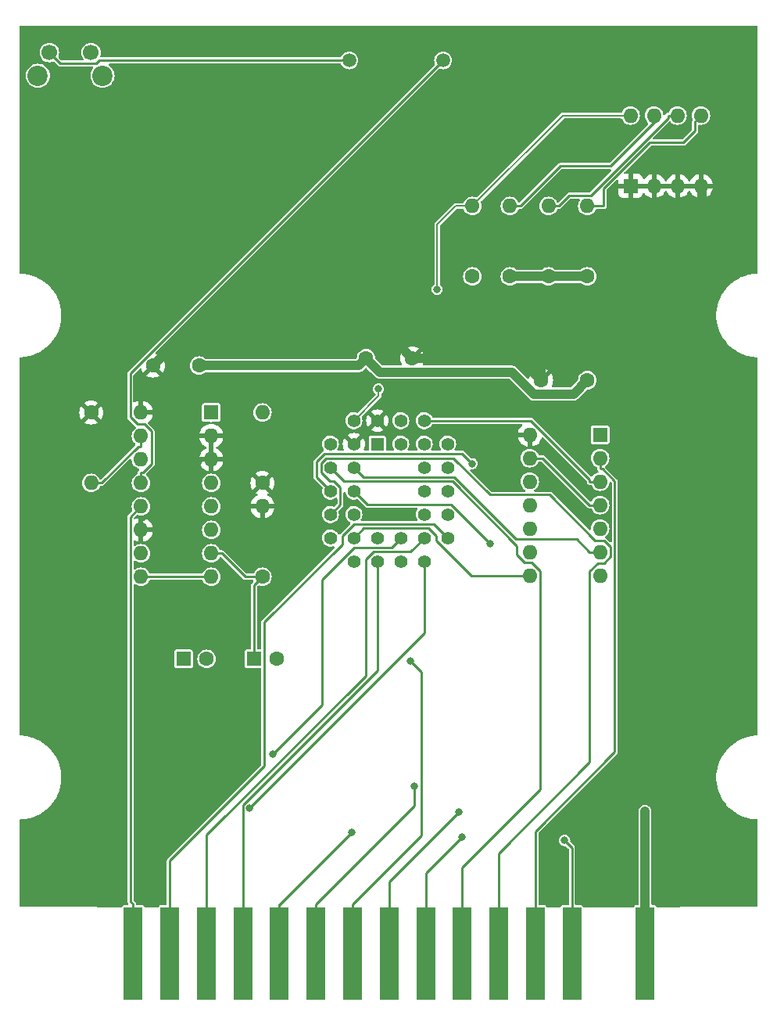
<source format=gbr>
G04 #@! TF.GenerationSoftware,KiCad,Pcbnew,8.0.2*
G04 #@! TF.CreationDate,2025-01-27T22:43:03+01:00*
G04 #@! TF.ProjectId,multicartridge-sst39sf010-topbutton,6d756c74-6963-4617-9274-72696467652d,rev?*
G04 #@! TF.SameCoordinates,Original*
G04 #@! TF.FileFunction,Copper,L2,Bot*
G04 #@! TF.FilePolarity,Positive*
%FSLAX46Y46*%
G04 Gerber Fmt 4.6, Leading zero omitted, Abs format (unit mm)*
G04 Created by KiCad (PCBNEW 8.0.2) date 2025-01-27 22:43:03*
%MOMM*%
%LPD*%
G01*
G04 APERTURE LIST*
G04 #@! TA.AperFunction,ComponentPad*
%ADD10R,1.600000X1.600000*%
G04 #@! TD*
G04 #@! TA.AperFunction,ComponentPad*
%ADD11O,1.600000X1.600000*%
G04 #@! TD*
G04 #@! TA.AperFunction,ComponentPad*
%ADD12C,1.600000*%
G04 #@! TD*
G04 #@! TA.AperFunction,ComponentPad*
%ADD13C,1.500000*%
G04 #@! TD*
G04 #@! TA.AperFunction,ComponentPad*
%ADD14C,2.200000*%
G04 #@! TD*
G04 #@! TA.AperFunction,ComponentPad*
%ADD15C,1.700000*%
G04 #@! TD*
G04 #@! TA.AperFunction,SMDPad,CuDef*
%ADD16R,2.000000X10.000000*%
G04 #@! TD*
G04 #@! TA.AperFunction,ComponentPad*
%ADD17R,1.422400X1.422400*%
G04 #@! TD*
G04 #@! TA.AperFunction,ComponentPad*
%ADD18C,1.422400*%
G04 #@! TD*
G04 #@! TA.AperFunction,ViaPad*
%ADD19C,0.800000*%
G04 #@! TD*
G04 #@! TA.AperFunction,Conductor*
%ADD20C,0.250000*%
G04 #@! TD*
G04 #@! TA.AperFunction,Conductor*
%ADD21C,0.200000*%
G04 #@! TD*
G04 #@! TA.AperFunction,Conductor*
%ADD22C,1.000000*%
G04 #@! TD*
G04 APERTURE END LIST*
D10*
X109347000Y-56134000D03*
D11*
X111887000Y-56134000D03*
X114427000Y-56134000D03*
X116967000Y-56134000D03*
X116967000Y-48514000D03*
X114427000Y-48514000D03*
X111887000Y-48514000D03*
X109347000Y-48514000D03*
D12*
X92202000Y-65913000D03*
D11*
X92202000Y-58293000D03*
X56301000Y-80645000D03*
X56301000Y-83185000D03*
X56301000Y-85725000D03*
X56301000Y-88265000D03*
X56301000Y-90805000D03*
X56301000Y-93345000D03*
X56301000Y-95885000D03*
X56301000Y-98425000D03*
X63921000Y-98425000D03*
X63921000Y-95885000D03*
X63921000Y-93345000D03*
X63921000Y-90805000D03*
X63921000Y-88265000D03*
X63921000Y-85725000D03*
X63921000Y-83185000D03*
D10*
X63921000Y-80645000D03*
D13*
X89027000Y-42545000D03*
X78867000Y-42545000D03*
D14*
X52141000Y-44192000D03*
X45141000Y-44192000D03*
D15*
X50891000Y-41692000D03*
X46391000Y-41692000D03*
D11*
X69469000Y-90805000D03*
D12*
X69469000Y-98425000D03*
D11*
X50927000Y-88265000D03*
D12*
X50927000Y-80645000D03*
D11*
X69469000Y-80645000D03*
D12*
X69469000Y-88265000D03*
D10*
X68540600Y-107315000D03*
D12*
X71040600Y-107315000D03*
X62611000Y-75565000D03*
X57611000Y-75565000D03*
D10*
X60920600Y-107315000D03*
D12*
X63420600Y-107315000D03*
D10*
X106045000Y-83058000D03*
D11*
X106045000Y-85598000D03*
X106045000Y-88138000D03*
X106045000Y-90678000D03*
X106045000Y-93218000D03*
X106045000Y-95758000D03*
X106045000Y-98298000D03*
X98425000Y-98298000D03*
X98425000Y-95758000D03*
X98425000Y-93218000D03*
X98425000Y-90678000D03*
X98425000Y-88138000D03*
X98425000Y-85598000D03*
X98425000Y-83058000D03*
D12*
X99647000Y-77143000D03*
X104647000Y-77143000D03*
X85685000Y-74785000D03*
X80685000Y-74785000D03*
D16*
X55465000Y-139192000D03*
X59425000Y-139192000D03*
X63385000Y-139192000D03*
X67345000Y-139192000D03*
X71305000Y-139192000D03*
X75265000Y-139192000D03*
X79225000Y-139192000D03*
X83185000Y-139192000D03*
X87145000Y-139192000D03*
X91105000Y-139192000D03*
X95065000Y-139192000D03*
X99025000Y-139192000D03*
X102985000Y-139192000D03*
X110905000Y-139192000D03*
D12*
X100457000Y-65913000D03*
D11*
X100457000Y-58293000D03*
D12*
X96266000Y-65913000D03*
D11*
X96266000Y-58293000D03*
D12*
X104648000Y-65913000D03*
D11*
X104648000Y-58293000D03*
D17*
X81915000Y-84074000D03*
D18*
X84455000Y-81534000D03*
X84455000Y-84074000D03*
X86995000Y-81534000D03*
X89535000Y-84074000D03*
X86995000Y-84074000D03*
X89535000Y-86614000D03*
X86995000Y-86614000D03*
X89535000Y-89154000D03*
X86995000Y-89154000D03*
X89535000Y-91694000D03*
X86995000Y-91694000D03*
X89535000Y-94234000D03*
X86995000Y-96774000D03*
X86995000Y-94234000D03*
X84455000Y-96774000D03*
X84455000Y-94234000D03*
X81915000Y-96774000D03*
X81915000Y-94234000D03*
X79375000Y-96774000D03*
X76835000Y-94234000D03*
X79375000Y-94234000D03*
X76835000Y-91694000D03*
X79375000Y-91694000D03*
X76835000Y-89154000D03*
X79375000Y-89154000D03*
X76835000Y-86614000D03*
X79375000Y-86614000D03*
X76835000Y-84074000D03*
X79375000Y-81534000D03*
X79375000Y-84074000D03*
X81915000Y-81534000D03*
D19*
X88392000Y-67310000D03*
X82042000Y-78105000D03*
X102204100Y-126966500D03*
X79127600Y-126087400D03*
X85944200Y-121060500D03*
X85533400Y-107557800D03*
X90764400Y-123848900D03*
X91073300Y-126596500D03*
X92175200Y-86174500D03*
X94135900Y-94810900D03*
X70564000Y-117637700D03*
X68085700Y-123440200D03*
X110905000Y-123825000D03*
D20*
X116332000Y-50165000D02*
X116332000Y-49149000D01*
X115062000Y-51435000D02*
X116332000Y-50165000D01*
X111377396Y-51435000D02*
X115062000Y-51435000D01*
X106423000Y-58293000D02*
X106423000Y-56389396D01*
X106423000Y-56389396D02*
X111377396Y-51435000D01*
X104648000Y-58293000D02*
X106423000Y-58293000D01*
X116332000Y-49149000D02*
X116967000Y-48514000D01*
D21*
X90424000Y-58293000D02*
X92202000Y-58293000D01*
X88392000Y-60325000D02*
X90424000Y-58293000D01*
X88392000Y-67310000D02*
X88392000Y-60325000D01*
X82042000Y-78867000D02*
X82042000Y-78105000D01*
X79375000Y-81534000D02*
X82042000Y-78867000D01*
X101981000Y-48514000D02*
X92202000Y-58293000D01*
X109347000Y-48514000D02*
X101981000Y-48514000D01*
D20*
X112014000Y-49131100D02*
X112014000Y-48514000D01*
X107170100Y-53975000D02*
X112014000Y-49131100D01*
X101709100Y-53975000D02*
X107170100Y-53975000D01*
X97391100Y-58293000D02*
X101709100Y-53975000D01*
X96266000Y-58293000D02*
X97391100Y-58293000D01*
X56534100Y-87139900D02*
X56301000Y-87139900D01*
X57456500Y-86217500D02*
X56534100Y-87139900D01*
X57456500Y-82692700D02*
X57456500Y-86217500D01*
X56678800Y-81915000D02*
X57456500Y-82692700D01*
X55916800Y-81915000D02*
X56678800Y-81915000D01*
X55146000Y-81144200D02*
X55916800Y-81915000D01*
X55146000Y-76426000D02*
X55146000Y-81144200D01*
X89027000Y-42545000D02*
X55146000Y-76426000D01*
X56301000Y-88265000D02*
X56301000Y-87139900D01*
X47567900Y-42868900D02*
X46391000Y-41692000D01*
X51448600Y-42868900D02*
X47567900Y-42868900D01*
X51772500Y-42545000D02*
X51448600Y-42868900D01*
X78867000Y-42545000D02*
X51772500Y-42545000D01*
X68540600Y-99353400D02*
X69469000Y-98425000D01*
X68540600Y-107315000D02*
X68540600Y-99353400D01*
X67586100Y-98425000D02*
X65046100Y-95885000D01*
X69469000Y-98425000D02*
X67586100Y-98425000D01*
X63921000Y-95885000D02*
X65046100Y-95885000D01*
X56007000Y-84310100D02*
X56301000Y-84310100D01*
X52052100Y-88265000D02*
X56007000Y-84310100D01*
X50927000Y-88265000D02*
X52052100Y-88265000D01*
X56301000Y-83185000D02*
X56301000Y-84310100D01*
X55175600Y-91930400D02*
X56301000Y-90805000D01*
X55175600Y-133577500D02*
X55175600Y-91930400D01*
X55465000Y-133866900D02*
X55175600Y-133577500D01*
X55465000Y-139192000D02*
X55465000Y-133866900D01*
X98425000Y-98298000D02*
X97299900Y-98298000D01*
X92069000Y-98298000D02*
X97299900Y-98298000D01*
X88265000Y-94494000D02*
X92069000Y-98298000D01*
X88265000Y-94028000D02*
X88265000Y-94494000D01*
X87417700Y-93180700D02*
X88265000Y-94028000D01*
X80428300Y-93180700D02*
X87417700Y-93180700D01*
X79375000Y-94234000D02*
X80428300Y-93180700D01*
X106045000Y-95758000D02*
X104919900Y-95758000D01*
X80411500Y-87650500D02*
X79375000Y-86614000D01*
X90208300Y-87650500D02*
X80411500Y-87650500D01*
X96901000Y-94343200D02*
X90208300Y-87650500D01*
X103505100Y-94343200D02*
X96901000Y-94343200D01*
X104919900Y-95758000D02*
X103505100Y-94343200D01*
X113428900Y-48747100D02*
X113428900Y-48514000D01*
X105008100Y-57167900D02*
X113428900Y-48747100D01*
X102707200Y-57167900D02*
X105008100Y-57167900D01*
X101582100Y-58293000D02*
X102707200Y-57167900D01*
X100457000Y-58293000D02*
X101582100Y-58293000D01*
X114554000Y-48514000D02*
X113428900Y-48514000D01*
X106045000Y-85598000D02*
X106045000Y-86723100D01*
X99025000Y-139192000D02*
X99025000Y-133866900D01*
X106278100Y-86723100D02*
X106045000Y-86723100D01*
X107623800Y-88068800D02*
X106278100Y-86723100D01*
X107623800Y-117380800D02*
X107623800Y-88068800D01*
X99025000Y-125979600D02*
X107623800Y-117380800D01*
X99025000Y-133866900D02*
X99025000Y-125979600D01*
X99839900Y-85598000D02*
X104919900Y-90678000D01*
X98425000Y-85598000D02*
X99839900Y-85598000D01*
X106045000Y-90678000D02*
X104919900Y-90678000D01*
X102985000Y-127747400D02*
X102204100Y-126966500D01*
X102985000Y-139192000D02*
X102985000Y-127747400D01*
X59425000Y-129149600D02*
X59425000Y-139192000D01*
X69665800Y-118908800D02*
X59425000Y-129149600D01*
X69665800Y-103345900D02*
X69665800Y-118908800D01*
X78105000Y-94906700D02*
X69665800Y-103345900D01*
X78105000Y-94018200D02*
X78105000Y-94906700D01*
X79392800Y-92730400D02*
X78105000Y-94018200D01*
X88031400Y-92730400D02*
X79392800Y-92730400D01*
X89535000Y-94234000D02*
X88031400Y-92730400D01*
X63385000Y-139192000D02*
X63385000Y-133866900D01*
X85500000Y-95729000D02*
X86995000Y-94234000D01*
X81489100Y-95729000D02*
X85500000Y-95729000D01*
X80642100Y-96576000D02*
X81489100Y-95729000D01*
X80642100Y-109125700D02*
X80642100Y-96576000D01*
X63385000Y-126382800D02*
X80642100Y-109125700D01*
X63385000Y-133866900D02*
X63385000Y-126382800D01*
X67345000Y-123155600D02*
X67345000Y-139192000D01*
X81915000Y-108585600D02*
X67345000Y-123155600D01*
X81915000Y-96774000D02*
X81915000Y-108585600D01*
X71348100Y-133866900D02*
X79127600Y-126087400D01*
X71305000Y-133866900D02*
X71348100Y-133866900D01*
X71305000Y-139192000D02*
X71305000Y-133866900D01*
X75265000Y-139192000D02*
X75265000Y-133866900D01*
X85944200Y-123187700D02*
X75265000Y-133866900D01*
X85944200Y-121060500D02*
X85944200Y-123187700D01*
X86678300Y-126413600D02*
X79225000Y-133866900D01*
X86678300Y-108702700D02*
X86678300Y-126413600D01*
X85533400Y-107557800D02*
X86678300Y-108702700D01*
X79225000Y-139192000D02*
X79225000Y-133866900D01*
X83185000Y-139192000D02*
X83185000Y-133866900D01*
X83185000Y-131428300D02*
X90764400Y-123848900D01*
X83185000Y-133866900D02*
X83185000Y-131428300D01*
X87145000Y-130524800D02*
X87145000Y-139192000D01*
X91073300Y-126596500D02*
X87145000Y-130524800D01*
X91105000Y-129879700D02*
X91105000Y-139192000D01*
X99553700Y-121431000D02*
X91105000Y-129879700D01*
X99553700Y-97800700D02*
X99553700Y-121431000D01*
X98636200Y-96883200D02*
X99553700Y-97800700D01*
X97890800Y-96883200D02*
X98636200Y-96883200D01*
X97013100Y-96005500D02*
X97890800Y-96883200D01*
X97013100Y-95092000D02*
X97013100Y-96005500D01*
X90021800Y-88100700D02*
X97013100Y-95092000D01*
X78321700Y-88100700D02*
X90021800Y-88100700D01*
X76835000Y-86614000D02*
X78321700Y-88100700D01*
X95065000Y-128352100D02*
X95065000Y-139192000D01*
X104919800Y-118497300D02*
X95065000Y-128352100D01*
X104919800Y-97814300D02*
X104919800Y-118497300D01*
X105780000Y-96954100D02*
X104919800Y-97814300D01*
X106449100Y-96954100D02*
X105780000Y-96954100D01*
X107173700Y-96229500D02*
X106449100Y-96954100D01*
X107173700Y-95213600D02*
X107173700Y-96229500D01*
X106448100Y-94488000D02*
X107173700Y-95213600D01*
X105515000Y-94488000D02*
X106448100Y-94488000D01*
X100579900Y-89552900D02*
X105515000Y-94488000D01*
X94096400Y-89552900D02*
X100579900Y-89552900D01*
X90121200Y-85577700D02*
X94096400Y-89552900D01*
X76376400Y-85577700D02*
X90121200Y-85577700D01*
X75798200Y-86155900D02*
X76376400Y-85577700D01*
X75798200Y-87100400D02*
X75798200Y-86155900D01*
X76741000Y-88043200D02*
X75798200Y-87100400D01*
X77215400Y-88043200D02*
X76741000Y-88043200D01*
X77908300Y-88736100D02*
X77215400Y-88043200D01*
X77908300Y-90620700D02*
X77908300Y-88736100D01*
X76835000Y-91694000D02*
X77908300Y-90620700D01*
X104919900Y-87904900D02*
X104919900Y-88138000D01*
X98549000Y-81534000D02*
X104919900Y-87904900D01*
X86995000Y-81534000D02*
X98549000Y-81534000D01*
X106045000Y-88138000D02*
X104919900Y-88138000D01*
X91111100Y-85110400D02*
X92175200Y-86174500D01*
X76192400Y-85110400D02*
X91111100Y-85110400D01*
X75307800Y-85995000D02*
X76192400Y-85110400D01*
X75307800Y-87626800D02*
X75307800Y-85995000D01*
X76835000Y-89154000D02*
X75307800Y-87626800D01*
X89936800Y-90611800D02*
X94135900Y-94810900D01*
X80832800Y-90611800D02*
X89936800Y-90611800D01*
X79375000Y-89154000D02*
X80832800Y-90611800D01*
X75915300Y-112286400D02*
X70564000Y-117637700D01*
X75915300Y-98746800D02*
X75915300Y-112286400D01*
X79391700Y-95270400D02*
X75915300Y-98746800D01*
X83418600Y-95270400D02*
X79391700Y-95270400D01*
X84455000Y-94234000D02*
X83418600Y-95270400D01*
X86995000Y-104530900D02*
X68085700Y-123440200D01*
X86995000Y-96774000D02*
X86995000Y-104530900D01*
D22*
X117094000Y-58928000D02*
X117094000Y-56134000D01*
X102997000Y-73025000D02*
X117094000Y-58928000D01*
X101727000Y-73025000D02*
X102997000Y-73025000D01*
X99647000Y-75105000D02*
X101727000Y-73025000D01*
X99647000Y-77143000D02*
X99647000Y-75105000D01*
X97289000Y-74785000D02*
X99647000Y-77143000D01*
X85685000Y-74785000D02*
X97289000Y-74785000D01*
X84185000Y-73285000D02*
X85685000Y-74785000D01*
X59891000Y-73285000D02*
X84185000Y-73285000D01*
X57611000Y-75565000D02*
X59891000Y-73285000D01*
D20*
X81915000Y-81534000D02*
X79375000Y-84074000D01*
X59966100Y-83185000D02*
X63921000Y-83185000D01*
X57426100Y-80645000D02*
X59966100Y-83185000D01*
X56301000Y-80645000D02*
X57426100Y-80645000D01*
X66929000Y-85725000D02*
X63921000Y-85725000D01*
X69469000Y-88265000D02*
X66929000Y-85725000D01*
X56534100Y-92219900D02*
X56301000Y-92219900D01*
X62795900Y-85958100D02*
X56534100Y-92219900D01*
X62795900Y-85725000D02*
X62795900Y-85958100D01*
X63921000Y-85725000D02*
X62795900Y-85725000D01*
X56301000Y-93345000D02*
X56301000Y-92219900D01*
D22*
X110905000Y-139192000D02*
X110905000Y-123825000D01*
X103147000Y-78643000D02*
X104647000Y-77143000D01*
X98849900Y-78643000D02*
X103147000Y-78643000D01*
X96491900Y-76285000D02*
X98849900Y-78643000D01*
X82185000Y-76285000D02*
X96491900Y-76285000D01*
X80685000Y-74785000D02*
X82185000Y-76285000D01*
X79905000Y-75565000D02*
X80685000Y-74785000D01*
X62611000Y-75565000D02*
X79905000Y-75565000D01*
X104648000Y-65913000D02*
X100457000Y-65913000D01*
X100457000Y-65913000D02*
X96266000Y-65913000D01*
D20*
X63921000Y-98425000D02*
X56301000Y-98425000D01*
G04 #@! TA.AperFunction,Conductor*
G36*
X64171000Y-85409314D02*
G01*
X64166606Y-85404920D01*
X64075394Y-85352259D01*
X63973661Y-85325000D01*
X63868339Y-85325000D01*
X63766606Y-85352259D01*
X63675394Y-85404920D01*
X63671000Y-85409314D01*
X63671000Y-83500686D01*
X63675394Y-83505080D01*
X63766606Y-83557741D01*
X63868339Y-83585000D01*
X63973661Y-83585000D01*
X64075394Y-83557741D01*
X64166606Y-83505080D01*
X64171000Y-83500686D01*
X64171000Y-85409314D01*
G37*
G04 #@! TD.AperFunction*
G04 #@! TA.AperFunction,Conductor*
G36*
X111566920Y-55888394D02*
G01*
X111514259Y-55979606D01*
X111487000Y-56081339D01*
X111487000Y-56186661D01*
X111514259Y-56288394D01*
X111566920Y-56379606D01*
X111571314Y-56384000D01*
X109662686Y-56384000D01*
X109667080Y-56379606D01*
X109719741Y-56288394D01*
X109747000Y-56186661D01*
X109747000Y-56081339D01*
X109719741Y-55979606D01*
X109667080Y-55888394D01*
X109662686Y-55884000D01*
X111571314Y-55884000D01*
X111566920Y-55888394D01*
G37*
G04 #@! TD.AperFunction*
G04 #@! TA.AperFunction,Conductor*
G36*
X114106920Y-55888394D02*
G01*
X114054259Y-55979606D01*
X114027000Y-56081339D01*
X114027000Y-56186661D01*
X114054259Y-56288394D01*
X114106920Y-56379606D01*
X114111314Y-56384000D01*
X112202686Y-56384000D01*
X112207080Y-56379606D01*
X112259741Y-56288394D01*
X112287000Y-56186661D01*
X112287000Y-56081339D01*
X112259741Y-55979606D01*
X112207080Y-55888394D01*
X112202686Y-55884000D01*
X114111314Y-55884000D01*
X114106920Y-55888394D01*
G37*
G04 #@! TD.AperFunction*
G04 #@! TA.AperFunction,Conductor*
G36*
X116646920Y-55888394D02*
G01*
X116594259Y-55979606D01*
X116567000Y-56081339D01*
X116567000Y-56186661D01*
X116594259Y-56288394D01*
X116646920Y-56379606D01*
X116651314Y-56384000D01*
X114742686Y-56384000D01*
X114747080Y-56379606D01*
X114799741Y-56288394D01*
X114827000Y-56186661D01*
X114827000Y-56081339D01*
X114799741Y-55979606D01*
X114747080Y-55888394D01*
X114742686Y-55884000D01*
X116651314Y-55884000D01*
X116646920Y-55888394D01*
G37*
G04 #@! TD.AperFunction*
G04 #@! TA.AperFunction,Conductor*
G36*
X123064539Y-38780185D02*
G01*
X123110294Y-38832989D01*
X123121500Y-38884500D01*
X123121500Y-65495500D01*
X123101815Y-65562539D01*
X123049011Y-65608294D01*
X122997500Y-65619500D01*
X122937774Y-65619500D01*
X122862401Y-65626484D01*
X122521114Y-65658108D01*
X122521113Y-65658109D01*
X122521109Y-65658109D01*
X122521106Y-65658110D01*
X122363262Y-65687615D01*
X122109770Y-65735001D01*
X121707301Y-65849515D01*
X121317102Y-66000678D01*
X120942519Y-66187199D01*
X120586741Y-66407487D01*
X120252816Y-66659655D01*
X120252807Y-66659662D01*
X119943570Y-66941570D01*
X119661662Y-67250807D01*
X119661655Y-67250816D01*
X119409487Y-67584741D01*
X119189199Y-67940519D01*
X119002678Y-68315102D01*
X118851515Y-68705301D01*
X118737001Y-69107770D01*
X118660109Y-69519113D01*
X118660108Y-69519114D01*
X118621500Y-69935776D01*
X118621500Y-70354223D01*
X118660108Y-70770885D01*
X118660109Y-70770886D01*
X118660110Y-70770894D01*
X118737000Y-71182222D01*
X118737002Y-71182229D01*
X118737001Y-71182229D01*
X118851515Y-71584698D01*
X118851514Y-71584698D01*
X119002678Y-71974897D01*
X119189199Y-72349481D01*
X119282719Y-72500521D01*
X119409487Y-72705258D01*
X119661655Y-73039183D01*
X119661662Y-73039192D01*
X119771293Y-73159451D01*
X119943570Y-73348430D01*
X120087933Y-73480034D01*
X120252807Y-73630337D01*
X120252816Y-73630344D01*
X120285291Y-73654868D01*
X120586743Y-73882514D01*
X120942519Y-74102801D01*
X121317103Y-74289322D01*
X121707299Y-74440484D01*
X121867179Y-74485974D01*
X122109770Y-74554998D01*
X122109772Y-74554998D01*
X122109778Y-74555000D01*
X122521106Y-74631890D01*
X122521113Y-74631890D01*
X122521114Y-74631891D01*
X122662585Y-74645000D01*
X122937774Y-74670500D01*
X122997500Y-74670500D01*
X123064539Y-74690185D01*
X123110294Y-74742989D01*
X123121500Y-74794500D01*
X123121500Y-77834438D01*
X123121501Y-83434439D01*
X123121501Y-94834438D01*
X123121500Y-100446437D01*
X123121500Y-115495500D01*
X123101815Y-115562539D01*
X123049011Y-115608294D01*
X122997500Y-115619500D01*
X122937774Y-115619500D01*
X122862401Y-115626484D01*
X122521114Y-115658108D01*
X122521113Y-115658109D01*
X122521109Y-115658109D01*
X122521106Y-115658110D01*
X122363262Y-115687615D01*
X122109770Y-115735001D01*
X121707301Y-115849515D01*
X121317102Y-116000678D01*
X120942519Y-116187199D01*
X120586741Y-116407487D01*
X120252816Y-116659655D01*
X120252807Y-116659662D01*
X119943570Y-116941570D01*
X119661662Y-117250807D01*
X119661655Y-117250816D01*
X119409487Y-117584741D01*
X119189199Y-117940519D01*
X119002678Y-118315102D01*
X118851515Y-118705301D01*
X118737001Y-119107770D01*
X118660109Y-119519113D01*
X118660108Y-119519114D01*
X118621500Y-119935776D01*
X118621500Y-120354223D01*
X118660108Y-120770885D01*
X118660109Y-120770886D01*
X118660110Y-120770894D01*
X118737000Y-121182222D01*
X118737002Y-121182229D01*
X118737001Y-121182229D01*
X118851515Y-121584698D01*
X118851514Y-121584698D01*
X119002678Y-121974897D01*
X119189199Y-122349481D01*
X119282719Y-122500521D01*
X119409487Y-122705258D01*
X119661655Y-123039183D01*
X119661662Y-123039192D01*
X119739431Y-123124500D01*
X119943570Y-123348430D01*
X120070870Y-123464479D01*
X120252807Y-123630337D01*
X120252811Y-123630340D01*
X120586743Y-123882514D01*
X120942519Y-124102801D01*
X121317103Y-124289322D01*
X121707299Y-124440484D01*
X121978252Y-124517577D01*
X122109770Y-124554998D01*
X122109772Y-124554998D01*
X122109778Y-124555000D01*
X122521106Y-124631890D01*
X122521113Y-124631890D01*
X122521114Y-124631891D01*
X122662585Y-124645000D01*
X122937774Y-124670500D01*
X122997500Y-124670500D01*
X123064539Y-124690185D01*
X123110294Y-124742989D01*
X123121500Y-124794500D01*
X123121500Y-133995500D01*
X123101815Y-134062539D01*
X123049011Y-134108294D01*
X122997500Y-134119500D01*
X114797437Y-134119500D01*
X114765059Y-134151879D01*
X114761562Y-134148382D01*
X114740699Y-134170813D01*
X114677377Y-134188200D01*
X112207552Y-134188200D01*
X112140513Y-134168515D01*
X112101425Y-134123405D01*
X112100652Y-134123923D01*
X112096535Y-134117762D01*
X112094758Y-134115711D01*
X112093996Y-134113962D01*
X112049552Y-134047447D01*
X111983230Y-134003132D01*
X111983229Y-134003131D01*
X111924752Y-133991500D01*
X111924748Y-133991500D01*
X111729500Y-133991500D01*
X111662461Y-133971815D01*
X111616706Y-133919011D01*
X111605500Y-133867500D01*
X111605500Y-123756004D01*
X111578581Y-123620677D01*
X111578580Y-123620676D01*
X111578580Y-123620672D01*
X111547675Y-123546060D01*
X111525778Y-123493195D01*
X111525771Y-123493182D01*
X111449114Y-123378458D01*
X111449111Y-123378454D01*
X111351545Y-123280888D01*
X111351541Y-123280885D01*
X111236817Y-123204228D01*
X111236804Y-123204221D01*
X111109332Y-123151421D01*
X111109322Y-123151418D01*
X110973995Y-123124500D01*
X110973993Y-123124500D01*
X110836007Y-123124500D01*
X110836005Y-123124500D01*
X110700677Y-123151418D01*
X110700667Y-123151421D01*
X110573195Y-123204221D01*
X110573182Y-123204228D01*
X110458458Y-123280885D01*
X110458454Y-123280888D01*
X110360888Y-123378454D01*
X110360885Y-123378458D01*
X110284228Y-123493182D01*
X110284221Y-123493195D01*
X110231421Y-123620667D01*
X110231418Y-123620677D01*
X110204500Y-123756004D01*
X110204500Y-133867500D01*
X110184815Y-133934539D01*
X110132011Y-133980294D01*
X110080500Y-133991500D01*
X109885247Y-133991500D01*
X109826770Y-134003131D01*
X109826769Y-134003132D01*
X109760447Y-134047447D01*
X109709348Y-134123923D01*
X109707901Y-134122956D01*
X109673163Y-134166059D01*
X109606868Y-134188121D01*
X109602448Y-134188200D01*
X104287552Y-134188200D01*
X104220513Y-134168515D01*
X104181425Y-134123405D01*
X104180652Y-134123923D01*
X104176535Y-134117762D01*
X104174758Y-134115711D01*
X104173996Y-134113962D01*
X104129552Y-134047447D01*
X104063230Y-134003132D01*
X104063229Y-134003131D01*
X104004752Y-133991500D01*
X104004748Y-133991500D01*
X103434500Y-133991500D01*
X103367461Y-133971815D01*
X103321706Y-133919011D01*
X103310500Y-133867500D01*
X103310500Y-127704549D01*
X103310500Y-127704547D01*
X103288318Y-127621762D01*
X103274894Y-127598511D01*
X103245469Y-127547544D01*
X103245463Y-127547536D01*
X102836111Y-127138184D01*
X102802626Y-127076861D01*
X102800853Y-127034316D01*
X102802109Y-127024782D01*
X102809782Y-126966500D01*
X102789144Y-126809738D01*
X102728636Y-126663659D01*
X102632382Y-126538218D01*
X102506941Y-126441964D01*
X102501569Y-126439739D01*
X102360862Y-126381456D01*
X102360860Y-126381455D01*
X102204101Y-126360818D01*
X102204099Y-126360818D01*
X102047339Y-126381455D01*
X102047337Y-126381456D01*
X101901260Y-126441963D01*
X101775818Y-126538218D01*
X101679563Y-126663660D01*
X101619056Y-126809737D01*
X101619055Y-126809739D01*
X101598418Y-126966498D01*
X101598418Y-126966501D01*
X101619055Y-127123260D01*
X101619056Y-127123262D01*
X101679564Y-127269341D01*
X101775818Y-127394782D01*
X101901259Y-127491036D01*
X102047338Y-127551544D01*
X102075648Y-127555271D01*
X102204099Y-127572182D01*
X102204099Y-127572181D01*
X102204100Y-127572182D01*
X102271917Y-127563253D01*
X102340952Y-127574018D01*
X102375784Y-127598511D01*
X102623181Y-127845908D01*
X102656666Y-127907231D01*
X102659500Y-127933589D01*
X102659500Y-133867500D01*
X102639815Y-133934539D01*
X102587011Y-133980294D01*
X102535500Y-133991500D01*
X101965247Y-133991500D01*
X101906770Y-134003131D01*
X101906769Y-134003132D01*
X101840447Y-134047447D01*
X101789348Y-134123923D01*
X101787901Y-134122956D01*
X101753163Y-134166059D01*
X101686868Y-134188121D01*
X101682448Y-134188200D01*
X100327552Y-134188200D01*
X100260513Y-134168515D01*
X100221425Y-134123405D01*
X100220652Y-134123923D01*
X100216535Y-134117762D01*
X100214758Y-134115711D01*
X100213996Y-134113962D01*
X100169552Y-134047447D01*
X100103230Y-134003132D01*
X100103229Y-134003131D01*
X100044752Y-133991500D01*
X100044748Y-133991500D01*
X99474500Y-133991500D01*
X99407461Y-133971815D01*
X99361706Y-133919011D01*
X99350500Y-133867500D01*
X99350500Y-126165787D01*
X99370185Y-126098748D01*
X99386814Y-126078111D01*
X107813452Y-117651472D01*
X107813457Y-117651469D01*
X107823660Y-117641265D01*
X107823662Y-117641265D01*
X107884265Y-117580662D01*
X107927118Y-117506438D01*
X107933951Y-117480938D01*
X107949301Y-117423652D01*
X107949301Y-117337947D01*
X107949301Y-117330352D01*
X107949300Y-117330334D01*
X107949300Y-88025949D01*
X107949300Y-88025947D01*
X107935665Y-87975061D01*
X107927118Y-87943161D01*
X107884265Y-87868938D01*
X106615530Y-86600203D01*
X106582045Y-86538880D01*
X106587029Y-86469188D01*
X106624546Y-86416669D01*
X106641190Y-86403010D01*
X106755883Y-86308883D01*
X106880910Y-86156538D01*
X106973814Y-85982727D01*
X107031024Y-85794132D01*
X107050341Y-85598000D01*
X107031024Y-85401868D01*
X106973814Y-85213273D01*
X106973811Y-85213269D01*
X106973811Y-85213266D01*
X106880913Y-85039467D01*
X106880909Y-85039460D01*
X106755883Y-84887116D01*
X106603539Y-84762090D01*
X106603532Y-84762086D01*
X106429733Y-84669188D01*
X106429727Y-84669186D01*
X106243967Y-84612836D01*
X106241129Y-84611975D01*
X106045000Y-84592659D01*
X105848870Y-84611975D01*
X105660266Y-84669188D01*
X105486467Y-84762086D01*
X105486460Y-84762090D01*
X105334116Y-84887116D01*
X105209090Y-85039460D01*
X105209086Y-85039467D01*
X105116188Y-85213266D01*
X105058975Y-85401870D01*
X105039659Y-85598000D01*
X105058975Y-85794129D01*
X105058976Y-85794132D01*
X105101023Y-85932743D01*
X105116188Y-85982733D01*
X105209086Y-86156532D01*
X105209090Y-86156539D01*
X105334116Y-86308883D01*
X105486460Y-86433909D01*
X105486467Y-86433913D01*
X105653953Y-86523436D01*
X105703797Y-86572398D01*
X105719500Y-86632794D01*
X105719500Y-86680247D01*
X105719500Y-86765953D01*
X105741527Y-86848157D01*
X105741682Y-86848737D01*
X105741685Y-86848744D01*
X105784530Y-86922955D01*
X105784536Y-86922963D01*
X105828933Y-86967360D01*
X105862418Y-87028683D01*
X105857434Y-87098375D01*
X105815562Y-87154308D01*
X105777248Y-87173701D01*
X105660271Y-87209186D01*
X105486467Y-87302086D01*
X105486460Y-87302090D01*
X105334119Y-87427114D01*
X105226330Y-87558454D01*
X105168584Y-87597788D01*
X105098739Y-87599658D01*
X105042796Y-87567469D01*
X99713574Y-82238247D01*
X105044500Y-82238247D01*
X105044500Y-83877752D01*
X105056131Y-83936229D01*
X105056132Y-83936230D01*
X105100447Y-84002552D01*
X105166769Y-84046867D01*
X105166770Y-84046868D01*
X105225247Y-84058499D01*
X105225250Y-84058500D01*
X105225252Y-84058500D01*
X106864750Y-84058500D01*
X106864751Y-84058499D01*
X106879568Y-84055552D01*
X106923229Y-84046868D01*
X106923229Y-84046867D01*
X106923231Y-84046867D01*
X106989552Y-84002552D01*
X107033867Y-83936231D01*
X107033867Y-83936229D01*
X107033868Y-83936229D01*
X107045499Y-83877752D01*
X107045500Y-83877750D01*
X107045500Y-82238249D01*
X107045499Y-82238247D01*
X107033868Y-82179770D01*
X107033867Y-82179769D01*
X106989552Y-82113447D01*
X106923230Y-82069132D01*
X106923229Y-82069131D01*
X106864752Y-82057500D01*
X106864748Y-82057500D01*
X105225252Y-82057500D01*
X105225247Y-82057500D01*
X105166770Y-82069131D01*
X105166769Y-82069132D01*
X105100447Y-82113447D01*
X105056132Y-82179769D01*
X105056131Y-82179770D01*
X105044500Y-82238247D01*
X99713574Y-82238247D01*
X98748864Y-81273537D01*
X98748862Y-81273535D01*
X98711750Y-81252108D01*
X98674640Y-81230682D01*
X98612081Y-81213920D01*
X98591853Y-81208500D01*
X98591852Y-81208500D01*
X87931404Y-81208500D01*
X87864365Y-81188815D01*
X87824016Y-81146499D01*
X87736644Y-80995164D01*
X87608407Y-80852743D01*
X87495898Y-80771000D01*
X87453359Y-80740093D01*
X87313629Y-80677883D01*
X87278283Y-80662146D01*
X87278281Y-80662145D01*
X87278280Y-80662145D01*
X87090824Y-80622300D01*
X86899176Y-80622300D01*
X86711719Y-80662145D01*
X86536640Y-80740093D01*
X86381591Y-80852744D01*
X86253355Y-80995165D01*
X86157534Y-81161132D01*
X86157533Y-81161134D01*
X86098312Y-81343398D01*
X86098311Y-81343400D01*
X86078278Y-81534000D01*
X86098311Y-81724599D01*
X86098312Y-81724601D01*
X86157533Y-81906865D01*
X86157534Y-81906867D01*
X86211967Y-82001147D01*
X86253356Y-82072836D01*
X86315557Y-82141917D01*
X86363994Y-82195712D01*
X86381593Y-82215257D01*
X86402982Y-82230797D01*
X86536640Y-82327906D01*
X86603847Y-82357827D01*
X86711717Y-82405854D01*
X86899176Y-82445700D01*
X87090824Y-82445700D01*
X87278283Y-82405854D01*
X87453361Y-82327905D01*
X87608407Y-82215257D01*
X87736644Y-82072836D01*
X87824016Y-81921500D01*
X87874583Y-81873285D01*
X87931404Y-81859500D01*
X97485660Y-81859500D01*
X97552699Y-81879185D01*
X97598454Y-81931989D01*
X97608398Y-82001147D01*
X97579373Y-82064703D01*
X97573341Y-82071181D01*
X97425342Y-82219179D01*
X97294865Y-82405517D01*
X97198734Y-82611673D01*
X97198730Y-82611682D01*
X97146127Y-82807999D01*
X97146128Y-82808000D01*
X98109314Y-82808000D01*
X98104920Y-82812394D01*
X98052259Y-82903606D01*
X98025000Y-83005339D01*
X98025000Y-83110661D01*
X98052259Y-83212394D01*
X98104920Y-83303606D01*
X98109314Y-83308000D01*
X97146128Y-83308000D01*
X97198730Y-83504317D01*
X97198734Y-83504326D01*
X97294865Y-83710482D01*
X97425342Y-83896820D01*
X97586179Y-84057657D01*
X97772517Y-84188134D01*
X97978673Y-84284265D01*
X97978682Y-84284269D01*
X98174999Y-84336872D01*
X98175000Y-84336871D01*
X98175000Y-83373686D01*
X98179394Y-83378080D01*
X98270606Y-83430741D01*
X98372339Y-83458000D01*
X98477661Y-83458000D01*
X98579394Y-83430741D01*
X98670606Y-83378080D01*
X98675000Y-83373686D01*
X98675000Y-84336872D01*
X98871317Y-84284269D01*
X98871326Y-84284265D01*
X99077482Y-84188134D01*
X99263820Y-84057657D01*
X99424657Y-83896820D01*
X99555134Y-83710482D01*
X99651265Y-83504326D01*
X99651269Y-83504317D01*
X99681843Y-83390214D01*
X99718208Y-83330553D01*
X99781055Y-83300024D01*
X99850430Y-83308319D01*
X99889299Y-83334626D01*
X104558081Y-88003408D01*
X104591566Y-88064731D01*
X104594400Y-88091089D01*
X104594400Y-88180852D01*
X104616582Y-88263637D01*
X104616585Y-88263644D01*
X104659430Y-88337855D01*
X104659434Y-88337860D01*
X104659435Y-88337862D01*
X104720038Y-88398465D01*
X104720040Y-88398466D01*
X104720044Y-88398469D01*
X104783461Y-88435082D01*
X104794262Y-88441318D01*
X104877047Y-88463500D01*
X105010205Y-88463500D01*
X105077244Y-88483185D01*
X105119563Y-88529047D01*
X105209085Y-88696532D01*
X105209090Y-88696539D01*
X105334116Y-88848883D01*
X105486460Y-88973909D01*
X105486467Y-88973913D01*
X105660266Y-89066811D01*
X105660269Y-89066811D01*
X105660273Y-89066814D01*
X105848868Y-89124024D01*
X106045000Y-89143341D01*
X106241132Y-89124024D01*
X106429727Y-89066814D01*
X106474273Y-89043004D01*
X106538379Y-89008738D01*
X106603538Y-88973910D01*
X106755883Y-88848883D01*
X106880910Y-88696538D01*
X106973814Y-88522727D01*
X107031024Y-88334132D01*
X107040991Y-88232928D01*
X107067151Y-88168142D01*
X107124186Y-88127783D01*
X107193986Y-88124666D01*
X107252075Y-88157402D01*
X107261981Y-88167308D01*
X107295466Y-88228631D01*
X107298300Y-88254989D01*
X107298300Y-90671491D01*
X107297373Y-90674647D01*
X107298300Y-90684508D01*
X107298300Y-93211491D01*
X107297373Y-93214647D01*
X107298300Y-93224508D01*
X107298300Y-94578511D01*
X107278615Y-94645550D01*
X107225811Y-94691305D01*
X107156653Y-94701249D01*
X107093097Y-94672224D01*
X107086619Y-94666192D01*
X106647964Y-94227537D01*
X106647962Y-94227535D01*
X106647959Y-94227533D01*
X106641513Y-94222587D01*
X106643264Y-94220304D01*
X106604632Y-94179785D01*
X106591412Y-94111178D01*
X106617383Y-94046314D01*
X106636185Y-94027117D01*
X106755883Y-93928883D01*
X106813707Y-93858425D01*
X106880910Y-93776538D01*
X106973814Y-93602727D01*
X107031024Y-93414132D01*
X107050341Y-93218000D01*
X107031024Y-93021868D01*
X106973814Y-92833273D01*
X106973811Y-92833269D01*
X106973811Y-92833266D01*
X106880913Y-92659467D01*
X106880909Y-92659460D01*
X106755883Y-92507116D01*
X106603539Y-92382090D01*
X106603532Y-92382086D01*
X106429733Y-92289188D01*
X106429727Y-92289186D01*
X106243967Y-92232836D01*
X106241129Y-92231975D01*
X106045000Y-92212659D01*
X105848870Y-92231975D01*
X105660266Y-92289188D01*
X105486467Y-92382086D01*
X105486460Y-92382090D01*
X105334116Y-92507116D01*
X105209090Y-92659460D01*
X105209086Y-92659467D01*
X105116188Y-92833266D01*
X105058975Y-93021870D01*
X105039659Y-93218000D01*
X105039659Y-93218004D01*
X105042216Y-93243973D01*
X105029196Y-93312619D01*
X104981129Y-93363328D01*
X104913278Y-93380000D01*
X104847184Y-93357343D01*
X104831132Y-93343805D01*
X100779764Y-89292437D01*
X100779762Y-89292435D01*
X100725747Y-89261249D01*
X100705540Y-89249582D01*
X100664146Y-89238491D01*
X100622753Y-89227400D01*
X100622752Y-89227400D01*
X99004328Y-89227400D01*
X98937289Y-89207715D01*
X98891534Y-89154911D01*
X98881590Y-89085753D01*
X98910615Y-89022197D01*
X98945875Y-88994042D01*
X98983532Y-88973913D01*
X98983538Y-88973910D01*
X99135883Y-88848883D01*
X99260910Y-88696538D01*
X99353814Y-88522727D01*
X99411024Y-88334132D01*
X99430341Y-88138000D01*
X99411024Y-87941868D01*
X99353814Y-87753273D01*
X99353811Y-87753269D01*
X99353811Y-87753266D01*
X99260913Y-87579467D01*
X99260909Y-87579460D01*
X99135883Y-87427116D01*
X98983539Y-87302090D01*
X98983532Y-87302086D01*
X98809733Y-87209188D01*
X98809727Y-87209186D01*
X98636771Y-87156720D01*
X98621129Y-87151975D01*
X98425000Y-87132659D01*
X98228870Y-87151975D01*
X98040266Y-87209188D01*
X97866467Y-87302086D01*
X97866460Y-87302090D01*
X97714116Y-87427116D01*
X97589090Y-87579460D01*
X97589086Y-87579467D01*
X97496188Y-87753266D01*
X97438975Y-87941870D01*
X97419659Y-88138000D01*
X97438975Y-88334129D01*
X97438976Y-88334132D01*
X97486743Y-88491599D01*
X97496188Y-88522733D01*
X97589086Y-88696532D01*
X97589090Y-88696539D01*
X97714116Y-88848883D01*
X97866460Y-88973909D01*
X97866467Y-88973913D01*
X97904125Y-88994042D01*
X97953969Y-89043004D01*
X97969430Y-89111141D01*
X97945599Y-89176821D01*
X97890041Y-89219190D01*
X97845672Y-89227400D01*
X94282588Y-89227400D01*
X94215549Y-89207715D01*
X94194907Y-89191081D01*
X91982999Y-86979172D01*
X91949514Y-86917849D01*
X91954498Y-86848157D01*
X91996370Y-86792224D01*
X92061834Y-86767807D01*
X92086859Y-86768551D01*
X92175200Y-86780182D01*
X92175201Y-86780182D01*
X92227454Y-86773302D01*
X92331962Y-86759544D01*
X92478041Y-86699036D01*
X92603482Y-86602782D01*
X92699736Y-86477341D01*
X92760244Y-86331262D01*
X92780882Y-86174500D01*
X92779901Y-86167052D01*
X92767123Y-86069992D01*
X92760244Y-86017738D01*
X92699736Y-85871659D01*
X92603482Y-85746218D01*
X92478041Y-85649964D01*
X92352589Y-85598000D01*
X97419659Y-85598000D01*
X97438975Y-85794129D01*
X97438976Y-85794132D01*
X97481023Y-85932743D01*
X97496188Y-85982733D01*
X97589086Y-86156532D01*
X97589090Y-86156539D01*
X97714116Y-86308883D01*
X97866460Y-86433909D01*
X97866467Y-86433913D01*
X98040266Y-86526811D01*
X98040269Y-86526811D01*
X98040273Y-86526814D01*
X98228868Y-86584024D01*
X98425000Y-86603341D01*
X98621132Y-86584024D01*
X98809727Y-86526814D01*
X98983538Y-86433910D01*
X99135883Y-86308883D01*
X99260910Y-86156538D01*
X99260910Y-86156536D01*
X99260914Y-86156532D01*
X99350437Y-85989047D01*
X99399399Y-85939202D01*
X99459795Y-85923500D01*
X99653711Y-85923500D01*
X99720750Y-85943185D01*
X99741392Y-85959819D01*
X104720038Y-90938465D01*
X104794261Y-90981318D01*
X104877047Y-91003500D01*
X105010205Y-91003500D01*
X105077244Y-91023185D01*
X105119563Y-91069047D01*
X105209085Y-91236532D01*
X105209090Y-91236539D01*
X105334116Y-91388883D01*
X105486460Y-91513909D01*
X105486467Y-91513913D01*
X105660266Y-91606811D01*
X105660269Y-91606811D01*
X105660273Y-91606814D01*
X105848868Y-91664024D01*
X106045000Y-91683341D01*
X106241132Y-91664024D01*
X106429727Y-91606814D01*
X106603538Y-91513910D01*
X106755883Y-91388883D01*
X106880910Y-91236538D01*
X106973814Y-91062727D01*
X107031024Y-90874132D01*
X107050341Y-90678000D01*
X107031024Y-90481868D01*
X106973814Y-90293273D01*
X106973811Y-90293269D01*
X106973811Y-90293266D01*
X106880913Y-90119467D01*
X106880909Y-90119460D01*
X106755883Y-89967116D01*
X106603539Y-89842090D01*
X106603532Y-89842086D01*
X106429733Y-89749188D01*
X106429727Y-89749186D01*
X106243967Y-89692836D01*
X106241129Y-89691975D01*
X106045000Y-89672659D01*
X105848870Y-89691975D01*
X105660266Y-89749188D01*
X105486467Y-89842086D01*
X105486460Y-89842090D01*
X105334116Y-89967116D01*
X105209090Y-90119460D01*
X105209085Y-90119467D01*
X105152962Y-90224468D01*
X105104000Y-90274313D01*
X105035862Y-90289773D01*
X104970182Y-90265941D01*
X104955923Y-90253696D01*
X100039764Y-85337537D01*
X100039762Y-85337535D01*
X100002650Y-85316108D01*
X99965540Y-85294682D01*
X99905791Y-85278673D01*
X99882753Y-85272500D01*
X99882752Y-85272500D01*
X99459795Y-85272500D01*
X99392756Y-85252815D01*
X99350437Y-85206953D01*
X99260914Y-85039467D01*
X99260909Y-85039460D01*
X99135883Y-84887116D01*
X98983539Y-84762090D01*
X98983532Y-84762086D01*
X98809733Y-84669188D01*
X98809727Y-84669186D01*
X98623967Y-84612836D01*
X98621129Y-84611975D01*
X98425000Y-84592659D01*
X98228870Y-84611975D01*
X98040266Y-84669188D01*
X97866467Y-84762086D01*
X97866460Y-84762090D01*
X97714116Y-84887116D01*
X97589090Y-85039460D01*
X97589086Y-85039467D01*
X97496188Y-85213266D01*
X97438975Y-85401870D01*
X97419659Y-85598000D01*
X92352589Y-85598000D01*
X92331962Y-85589456D01*
X92331960Y-85589455D01*
X92175201Y-85568818D01*
X92175197Y-85568818D01*
X92107379Y-85577746D01*
X92038344Y-85566980D01*
X92003514Y-85542488D01*
X91674299Y-85213273D01*
X91310962Y-84849935D01*
X91273850Y-84828508D01*
X91236740Y-84807082D01*
X91195346Y-84795991D01*
X91153953Y-84784900D01*
X91153952Y-84784900D01*
X90392077Y-84784900D01*
X90325038Y-84765215D01*
X90279283Y-84712411D01*
X90269339Y-84643253D01*
X90284690Y-84598900D01*
X90356800Y-84474000D01*
X90372467Y-84446864D01*
X90431689Y-84264597D01*
X90451722Y-84074000D01*
X90431689Y-83883403D01*
X90372467Y-83701136D01*
X90276644Y-83535164D01*
X90148407Y-83392743D01*
X90020791Y-83300024D01*
X89993359Y-83280093D01*
X89854447Y-83218247D01*
X89818283Y-83202146D01*
X89818281Y-83202145D01*
X89818280Y-83202145D01*
X89630824Y-83162300D01*
X89439176Y-83162300D01*
X89251719Y-83202145D01*
X89076640Y-83280093D01*
X88921591Y-83392744D01*
X88793355Y-83535165D01*
X88697534Y-83701132D01*
X88697533Y-83701134D01*
X88638312Y-83883398D01*
X88638311Y-83883400D01*
X88618278Y-84074000D01*
X88638311Y-84264599D01*
X88638312Y-84264601D01*
X88697533Y-84446865D01*
X88697534Y-84446867D01*
X88785310Y-84598900D01*
X88801783Y-84666800D01*
X88778930Y-84732827D01*
X88724009Y-84776018D01*
X88677923Y-84784900D01*
X87852077Y-84784900D01*
X87785038Y-84765215D01*
X87739283Y-84712411D01*
X87729339Y-84643253D01*
X87744690Y-84598900D01*
X87816800Y-84474000D01*
X87832467Y-84446864D01*
X87891689Y-84264597D01*
X87911722Y-84074000D01*
X87891689Y-83883403D01*
X87832467Y-83701136D01*
X87736644Y-83535164D01*
X87608407Y-83392743D01*
X87480791Y-83300024D01*
X87453359Y-83280093D01*
X87314447Y-83218247D01*
X87278283Y-83202146D01*
X87278281Y-83202145D01*
X87278280Y-83202145D01*
X87090824Y-83162300D01*
X86899176Y-83162300D01*
X86711719Y-83202145D01*
X86536640Y-83280093D01*
X86381591Y-83392744D01*
X86253355Y-83535165D01*
X86157534Y-83701132D01*
X86157533Y-83701134D01*
X86098312Y-83883398D01*
X86098311Y-83883400D01*
X86078278Y-84074000D01*
X86098311Y-84264599D01*
X86098312Y-84264601D01*
X86157533Y-84446865D01*
X86157534Y-84446867D01*
X86245310Y-84598900D01*
X86261783Y-84666800D01*
X86238930Y-84732827D01*
X86184009Y-84776018D01*
X86137923Y-84784900D01*
X85312077Y-84784900D01*
X85245038Y-84765215D01*
X85199283Y-84712411D01*
X85189339Y-84643253D01*
X85204690Y-84598900D01*
X85276800Y-84474000D01*
X85292467Y-84446864D01*
X85351689Y-84264597D01*
X85371722Y-84074000D01*
X85351689Y-83883403D01*
X85292467Y-83701136D01*
X85196644Y-83535164D01*
X85068407Y-83392743D01*
X84940791Y-83300024D01*
X84913359Y-83280093D01*
X84774447Y-83218247D01*
X84738283Y-83202146D01*
X84738281Y-83202145D01*
X84738280Y-83202145D01*
X84550824Y-83162300D01*
X84359176Y-83162300D01*
X84171719Y-83202145D01*
X83996640Y-83280093D01*
X83841591Y-83392744D01*
X83713355Y-83535165D01*
X83617534Y-83701132D01*
X83617533Y-83701134D01*
X83558312Y-83883398D01*
X83558311Y-83883400D01*
X83538278Y-84074000D01*
X83558311Y-84264599D01*
X83558312Y-84264601D01*
X83617533Y-84446865D01*
X83617534Y-84446867D01*
X83705310Y-84598900D01*
X83721783Y-84666800D01*
X83698930Y-84732827D01*
X83644009Y-84776018D01*
X83597923Y-84784900D01*
X82950700Y-84784900D01*
X82883661Y-84765215D01*
X82837906Y-84712411D01*
X82826700Y-84660900D01*
X82826700Y-83343049D01*
X82826699Y-83343047D01*
X82815068Y-83284570D01*
X82815067Y-83284569D01*
X82770752Y-83218247D01*
X82704430Y-83173932D01*
X82704429Y-83173931D01*
X82645952Y-83162300D01*
X82645948Y-83162300D01*
X81184052Y-83162300D01*
X81184047Y-83162300D01*
X81125570Y-83173931D01*
X81125569Y-83173932D01*
X81059247Y-83218247D01*
X81014932Y-83284569D01*
X81014931Y-83284570D01*
X81003300Y-83343047D01*
X81003300Y-84660900D01*
X80983615Y-84727939D01*
X80930811Y-84773694D01*
X80879300Y-84784900D01*
X80574555Y-84784900D01*
X80507516Y-84765215D01*
X80461761Y-84712411D01*
X80451817Y-84643253D01*
X80462173Y-84608496D01*
X80517501Y-84489843D01*
X80517506Y-84489829D01*
X80572354Y-84285131D01*
X80572356Y-84285120D01*
X80590827Y-84074001D01*
X80590827Y-84073998D01*
X80572356Y-83862879D01*
X80572354Y-83862868D01*
X80517506Y-83658170D01*
X80517502Y-83658161D01*
X80427934Y-83466083D01*
X80390266Y-83412286D01*
X80390265Y-83412285D01*
X79775000Y-84027550D01*
X79775000Y-84021339D01*
X79747741Y-83919606D01*
X79695080Y-83828394D01*
X79620606Y-83753920D01*
X79529394Y-83701259D01*
X79427661Y-83674000D01*
X79421448Y-83674000D01*
X80036713Y-83058734D01*
X80036712Y-83058733D01*
X79982914Y-83021063D01*
X79982912Y-83021062D01*
X79790838Y-82931497D01*
X79790829Y-82931493D01*
X79586131Y-82876645D01*
X79586120Y-82876643D01*
X79375002Y-82858173D01*
X79374998Y-82858173D01*
X79163879Y-82876643D01*
X79163868Y-82876645D01*
X78959170Y-82931493D01*
X78959161Y-82931497D01*
X78767088Y-83021062D01*
X78713286Y-83058733D01*
X79328553Y-83674000D01*
X79322339Y-83674000D01*
X79220606Y-83701259D01*
X79129394Y-83753920D01*
X79054920Y-83828394D01*
X79002259Y-83919606D01*
X78975000Y-84021339D01*
X78975000Y-84027553D01*
X78359733Y-83412286D01*
X78322062Y-83466088D01*
X78232497Y-83658161D01*
X78232493Y-83658170D01*
X78177645Y-83862868D01*
X78177643Y-83862879D01*
X78159173Y-84073998D01*
X78159173Y-84074001D01*
X78177643Y-84285120D01*
X78177645Y-84285131D01*
X78232493Y-84489829D01*
X78232498Y-84489843D01*
X78287827Y-84608496D01*
X78298319Y-84677573D01*
X78269799Y-84741357D01*
X78211322Y-84779596D01*
X78175445Y-84784900D01*
X77692077Y-84784900D01*
X77625038Y-84765215D01*
X77579283Y-84712411D01*
X77569339Y-84643253D01*
X77584690Y-84598900D01*
X77656800Y-84474000D01*
X77672467Y-84446864D01*
X77731689Y-84264597D01*
X77751722Y-84074000D01*
X77731689Y-83883403D01*
X77672467Y-83701136D01*
X77576644Y-83535164D01*
X77448407Y-83392743D01*
X77320791Y-83300024D01*
X77293359Y-83280093D01*
X77154447Y-83218247D01*
X77118283Y-83202146D01*
X77118281Y-83202145D01*
X77118280Y-83202145D01*
X76930824Y-83162300D01*
X76739176Y-83162300D01*
X76551719Y-83202145D01*
X76376640Y-83280093D01*
X76221591Y-83392744D01*
X76093355Y-83535165D01*
X75997534Y-83701132D01*
X75997533Y-83701134D01*
X75938312Y-83883398D01*
X75938311Y-83883400D01*
X75918278Y-84074000D01*
X75938311Y-84264599D01*
X75938312Y-84264601D01*
X75997533Y-84446865D01*
X75997534Y-84446867D01*
X76067113Y-84567382D01*
X76093356Y-84612836D01*
X76096874Y-84616743D01*
X76127104Y-84679734D01*
X76118480Y-84749069D01*
X76073739Y-84802735D01*
X76066725Y-84807103D01*
X75992541Y-84849932D01*
X75992536Y-84849936D01*
X75047337Y-85795135D01*
X75047335Y-85795138D01*
X75004482Y-85869361D01*
X74992322Y-85914744D01*
X74992322Y-85914745D01*
X74992321Y-85914744D01*
X74982300Y-85952145D01*
X74982300Y-85952147D01*
X74982300Y-87583947D01*
X74982300Y-87669653D01*
X74988967Y-87694534D01*
X75004482Y-87752440D01*
X75025908Y-87789550D01*
X75047335Y-87826662D01*
X75047337Y-87826664D01*
X75944850Y-88724177D01*
X75978335Y-88785500D01*
X75975100Y-88850175D01*
X75938313Y-88963395D01*
X75938311Y-88963400D01*
X75918278Y-89154000D01*
X75938311Y-89344599D01*
X75938312Y-89344601D01*
X75997533Y-89526865D01*
X75997534Y-89526867D01*
X76067113Y-89647382D01*
X76093356Y-89692836D01*
X76147314Y-89752762D01*
X76206932Y-89818975D01*
X76221593Y-89835257D01*
X76284085Y-89880660D01*
X76376640Y-89947906D01*
X76443847Y-89977827D01*
X76551717Y-90025854D01*
X76739176Y-90065700D01*
X76930824Y-90065700D01*
X77118283Y-90025854D01*
X77293361Y-89947905D01*
X77385916Y-89880659D01*
X77451720Y-89857180D01*
X77519774Y-89873005D01*
X77568469Y-89923110D01*
X77582800Y-89980978D01*
X77582800Y-90434510D01*
X77563115Y-90501549D01*
X77546481Y-90522191D01*
X77267280Y-90801391D01*
X77205957Y-90834876D01*
X77136265Y-90829892D01*
X77129168Y-90826992D01*
X77124922Y-90825101D01*
X77118283Y-90822146D01*
X77118281Y-90822145D01*
X77118280Y-90822145D01*
X76930824Y-90782300D01*
X76739176Y-90782300D01*
X76551719Y-90822145D01*
X76376640Y-90900093D01*
X76221591Y-91012744D01*
X76093355Y-91155165D01*
X75997534Y-91321132D01*
X75997533Y-91321134D01*
X75938312Y-91503398D01*
X75938311Y-91503400D01*
X75918278Y-91694000D01*
X75938311Y-91884599D01*
X75938312Y-91884601D01*
X75997533Y-92066865D01*
X75997534Y-92066867D01*
X76061243Y-92177214D01*
X76093356Y-92232836D01*
X76120744Y-92263253D01*
X76206932Y-92358975D01*
X76221593Y-92375257D01*
X76292924Y-92427082D01*
X76376640Y-92487906D01*
X76443847Y-92517827D01*
X76551717Y-92565854D01*
X76739176Y-92605700D01*
X76930824Y-92605700D01*
X77118283Y-92565854D01*
X77293361Y-92487905D01*
X77448407Y-92375257D01*
X77576644Y-92232836D01*
X77672467Y-92066864D01*
X77731689Y-91884597D01*
X77751722Y-91694000D01*
X77731689Y-91503403D01*
X77694898Y-91390174D01*
X77692904Y-91320334D01*
X77725147Y-91264178D01*
X78168765Y-90820562D01*
X78190855Y-90782300D01*
X78211618Y-90746338D01*
X78233800Y-90663553D01*
X78233800Y-89374043D01*
X78253485Y-89307004D01*
X78306289Y-89261249D01*
X78375447Y-89251305D01*
X78439003Y-89280330D01*
X78476777Y-89339108D01*
X78477649Y-89342559D01*
X78478310Y-89344596D01*
X78478311Y-89344597D01*
X78478312Y-89344599D01*
X78537533Y-89526865D01*
X78537534Y-89526867D01*
X78607113Y-89647382D01*
X78633356Y-89692836D01*
X78687314Y-89752762D01*
X78746932Y-89818975D01*
X78761593Y-89835257D01*
X78824085Y-89880660D01*
X78916640Y-89947906D01*
X78983847Y-89977827D01*
X79091717Y-90025854D01*
X79279176Y-90065700D01*
X79470824Y-90065700D01*
X79658283Y-90025854D01*
X79661360Y-90024483D01*
X79669164Y-90021010D01*
X79738414Y-90011725D01*
X79801691Y-90041353D01*
X79807281Y-90046608D01*
X80567994Y-90807320D01*
X80568004Y-90807331D01*
X80572334Y-90811661D01*
X80572335Y-90811662D01*
X80632938Y-90872265D01*
X80632940Y-90872266D01*
X80632944Y-90872269D01*
X80681141Y-90900095D01*
X80707162Y-90915118D01*
X80789948Y-90937301D01*
X80789950Y-90937301D01*
X80883249Y-90937301D01*
X80883265Y-90937300D01*
X86171013Y-90937300D01*
X86238052Y-90956985D01*
X86283807Y-91009789D01*
X86293751Y-91078947D01*
X86264726Y-91142503D01*
X86263164Y-91144271D01*
X86253355Y-91155165D01*
X86157534Y-91321132D01*
X86157533Y-91321134D01*
X86098312Y-91503398D01*
X86098311Y-91503400D01*
X86078278Y-91694000D01*
X86098311Y-91884599D01*
X86098312Y-91884601D01*
X86157533Y-92066865D01*
X86157534Y-92066867D01*
X86245310Y-92218900D01*
X86261783Y-92286800D01*
X86238930Y-92352827D01*
X86184009Y-92396018D01*
X86137923Y-92404900D01*
X80232077Y-92404900D01*
X80165038Y-92385215D01*
X80119283Y-92332411D01*
X80109339Y-92263253D01*
X80124690Y-92218900D01*
X80159165Y-92159186D01*
X80212467Y-92066864D01*
X80271689Y-91884597D01*
X80291722Y-91694000D01*
X80271689Y-91503403D01*
X80212467Y-91321136D01*
X80116644Y-91155164D01*
X79988407Y-91012743D01*
X79886173Y-90938465D01*
X79833359Y-90900093D01*
X79669167Y-90826992D01*
X79658283Y-90822146D01*
X79658281Y-90822145D01*
X79658280Y-90822145D01*
X79470824Y-90782300D01*
X79279176Y-90782300D01*
X79091719Y-90822145D01*
X78916640Y-90900093D01*
X78761591Y-91012744D01*
X78633355Y-91155165D01*
X78537534Y-91321132D01*
X78537533Y-91321134D01*
X78478312Y-91503398D01*
X78478311Y-91503400D01*
X78458278Y-91694000D01*
X78478311Y-91884599D01*
X78478312Y-91884601D01*
X78537533Y-92066865D01*
X78537534Y-92066867D01*
X78601243Y-92177214D01*
X78633356Y-92232836D01*
X78660744Y-92263253D01*
X78746932Y-92358975D01*
X78761593Y-92375257D01*
X78916639Y-92487905D01*
X78916640Y-92487905D01*
X78916641Y-92487906D01*
X78930558Y-92494102D01*
X78983796Y-92539350D01*
X79004120Y-92606198D01*
X78985077Y-92673423D01*
X78967807Y-92695064D01*
X77838788Y-93824085D01*
X77837666Y-93822963D01*
X77788785Y-93858651D01*
X77719039Y-93862801D01*
X77658121Y-93828586D01*
X77639457Y-93803959D01*
X77576645Y-93695165D01*
X77448408Y-93552744D01*
X77434333Y-93542518D01*
X77374979Y-93499394D01*
X77293359Y-93440093D01*
X77158384Y-93380000D01*
X77118283Y-93362146D01*
X77118281Y-93362145D01*
X77118280Y-93362145D01*
X76930824Y-93322300D01*
X76739176Y-93322300D01*
X76551719Y-93362145D01*
X76376640Y-93440093D01*
X76221591Y-93552744D01*
X76093355Y-93695165D01*
X75997534Y-93861132D01*
X75997533Y-93861134D01*
X75938312Y-94043398D01*
X75938311Y-94043400D01*
X75918278Y-94234000D01*
X75938311Y-94424599D01*
X75938312Y-94424601D01*
X75997533Y-94606865D01*
X75997534Y-94606867D01*
X76054202Y-94705019D01*
X76093356Y-94772836D01*
X76134975Y-94819058D01*
X76206932Y-94898975D01*
X76221593Y-94915257D01*
X76291923Y-94966355D01*
X76376640Y-95027906D01*
X76443847Y-95057827D01*
X76551717Y-95105854D01*
X76739176Y-95145700D01*
X76930823Y-95145700D01*
X76930824Y-95145700D01*
X77118283Y-95105854D01*
X77118286Y-95105852D01*
X77124381Y-95104557D01*
X77194049Y-95109873D01*
X77249782Y-95152009D01*
X77273888Y-95217589D01*
X77258711Y-95285791D01*
X77237844Y-95313528D01*
X69405337Y-103146035D01*
X69405333Y-103146041D01*
X69362481Y-103220261D01*
X69362482Y-103220262D01*
X69340300Y-103303047D01*
X69340300Y-106190500D01*
X69320615Y-106257539D01*
X69267811Y-106303294D01*
X69216300Y-106314500D01*
X68990100Y-106314500D01*
X68923061Y-106294815D01*
X68877306Y-106242011D01*
X68866100Y-106190500D01*
X68866100Y-99539589D01*
X68885785Y-99472550D01*
X68902414Y-99451912D01*
X68967455Y-99386871D01*
X69028775Y-99353388D01*
X69091129Y-99355893D01*
X69272868Y-99411024D01*
X69469000Y-99430341D01*
X69665132Y-99411024D01*
X69853727Y-99353814D01*
X69908312Y-99324638D01*
X70027532Y-99260913D01*
X70027534Y-99260912D01*
X70027538Y-99260910D01*
X70179883Y-99135883D01*
X70304910Y-98983538D01*
X70368638Y-98864311D01*
X70397811Y-98809733D01*
X70397811Y-98809732D01*
X70397814Y-98809727D01*
X70455024Y-98621132D01*
X70474341Y-98425000D01*
X70455024Y-98228868D01*
X70397814Y-98040273D01*
X70397811Y-98040269D01*
X70397811Y-98040266D01*
X70304913Y-97866467D01*
X70304909Y-97866460D01*
X70179883Y-97714116D01*
X70027539Y-97589090D01*
X70027532Y-97589086D01*
X69853733Y-97496188D01*
X69853727Y-97496186D01*
X69665132Y-97438976D01*
X69665129Y-97438975D01*
X69469000Y-97419659D01*
X69272870Y-97438975D01*
X69084266Y-97496188D01*
X68910467Y-97589086D01*
X68910460Y-97589090D01*
X68758116Y-97714116D01*
X68633090Y-97866460D01*
X68633085Y-97866467D01*
X68543563Y-98033953D01*
X68494601Y-98083798D01*
X68434205Y-98099500D01*
X67772289Y-98099500D01*
X67705250Y-98079815D01*
X67684608Y-98063181D01*
X65245964Y-95624537D01*
X65245962Y-95624535D01*
X65196365Y-95595900D01*
X65171740Y-95581682D01*
X65130346Y-95570591D01*
X65088953Y-95559500D01*
X65088952Y-95559500D01*
X64955795Y-95559500D01*
X64888756Y-95539815D01*
X64846437Y-95493953D01*
X64756914Y-95326467D01*
X64756909Y-95326460D01*
X64631883Y-95174116D01*
X64479539Y-95049090D01*
X64479532Y-95049086D01*
X64305733Y-94956188D01*
X64305727Y-94956186D01*
X64117132Y-94898976D01*
X64117129Y-94898975D01*
X63921000Y-94879659D01*
X63724870Y-94898975D01*
X63536266Y-94956188D01*
X63362467Y-95049086D01*
X63362460Y-95049090D01*
X63210116Y-95174116D01*
X63085090Y-95326460D01*
X63085086Y-95326467D01*
X62992188Y-95500266D01*
X62934975Y-95688870D01*
X62915659Y-95885000D01*
X62934975Y-96081129D01*
X62992188Y-96269733D01*
X63085086Y-96443532D01*
X63085090Y-96443539D01*
X63210116Y-96595883D01*
X63362460Y-96720909D01*
X63362467Y-96720913D01*
X63536266Y-96813811D01*
X63536269Y-96813811D01*
X63536273Y-96813814D01*
X63724868Y-96871024D01*
X63921000Y-96890341D01*
X64117132Y-96871024D01*
X64305727Y-96813814D01*
X64479538Y-96720910D01*
X64631883Y-96595883D01*
X64756910Y-96443538D01*
X64813038Y-96338529D01*
X64861998Y-96288687D01*
X64930136Y-96273226D01*
X64995816Y-96297057D01*
X65010076Y-96309303D01*
X67325634Y-98624861D01*
X67325635Y-98624862D01*
X67386238Y-98685465D01*
X67386240Y-98685466D01*
X67386244Y-98685469D01*
X67460455Y-98728314D01*
X67460462Y-98728318D01*
X67543247Y-98750500D01*
X68383810Y-98750500D01*
X68450849Y-98770185D01*
X68496604Y-98822989D01*
X68506548Y-98892147D01*
X68477523Y-98955703D01*
X68471491Y-98962181D01*
X68280137Y-99153535D01*
X68280133Y-99153541D01*
X68237281Y-99227761D01*
X68237282Y-99227762D01*
X68215100Y-99310547D01*
X68215100Y-106190500D01*
X68195415Y-106257539D01*
X68142611Y-106303294D01*
X68091100Y-106314500D01*
X67720847Y-106314500D01*
X67662370Y-106326131D01*
X67662369Y-106326132D01*
X67596047Y-106370447D01*
X67551732Y-106436769D01*
X67551731Y-106436770D01*
X67540100Y-106495247D01*
X67540100Y-108134752D01*
X67551731Y-108193229D01*
X67551732Y-108193230D01*
X67596047Y-108259552D01*
X67662369Y-108303867D01*
X67662370Y-108303868D01*
X67720847Y-108315499D01*
X67720850Y-108315500D01*
X67720852Y-108315500D01*
X69216300Y-108315500D01*
X69283339Y-108335185D01*
X69329094Y-108387989D01*
X69340300Y-108439500D01*
X69340300Y-118722611D01*
X69320615Y-118789650D01*
X69303981Y-118810292D01*
X59164537Y-128949735D01*
X59164533Y-128949741D01*
X59121681Y-129023961D01*
X59121682Y-129023962D01*
X59099500Y-129106747D01*
X59099500Y-133867500D01*
X59079815Y-133934539D01*
X59027011Y-133980294D01*
X58975500Y-133991500D01*
X58405247Y-133991500D01*
X58346770Y-134003131D01*
X58346769Y-134003132D01*
X58280447Y-134047447D01*
X58229348Y-134123923D01*
X58227901Y-134122956D01*
X58193163Y-134166059D01*
X58126868Y-134188121D01*
X58122448Y-134188200D01*
X56767552Y-134188200D01*
X56700513Y-134168515D01*
X56661425Y-134123405D01*
X56660652Y-134123923D01*
X56656535Y-134117762D01*
X56654758Y-134115711D01*
X56653996Y-134113962D01*
X56609552Y-134047447D01*
X56543230Y-134003132D01*
X56543229Y-134003131D01*
X56484752Y-133991500D01*
X56484748Y-133991500D01*
X55914500Y-133991500D01*
X55847461Y-133971815D01*
X55801706Y-133919011D01*
X55790500Y-133867500D01*
X55790500Y-133824049D01*
X55790500Y-133824047D01*
X55768318Y-133741262D01*
X55768314Y-133741255D01*
X55725469Y-133667044D01*
X55725463Y-133667036D01*
X55537419Y-133478992D01*
X55503934Y-133417669D01*
X55501100Y-133391311D01*
X55501100Y-106495247D01*
X59920100Y-106495247D01*
X59920100Y-108134752D01*
X59931731Y-108193229D01*
X59931732Y-108193230D01*
X59976047Y-108259552D01*
X60042369Y-108303867D01*
X60042370Y-108303868D01*
X60100847Y-108315499D01*
X60100850Y-108315500D01*
X60100852Y-108315500D01*
X61740350Y-108315500D01*
X61740351Y-108315499D01*
X61755168Y-108312552D01*
X61798829Y-108303868D01*
X61798829Y-108303867D01*
X61798831Y-108303867D01*
X61865152Y-108259552D01*
X61909467Y-108193231D01*
X61909467Y-108193229D01*
X61909468Y-108193229D01*
X61921099Y-108134752D01*
X61921100Y-108134750D01*
X61921100Y-107315000D01*
X62415259Y-107315000D01*
X62434575Y-107511129D01*
X62491788Y-107699733D01*
X62584686Y-107873532D01*
X62584690Y-107873539D01*
X62709716Y-108025883D01*
X62862060Y-108150909D01*
X62862067Y-108150913D01*
X63035866Y-108243811D01*
X63035869Y-108243811D01*
X63035873Y-108243814D01*
X63224468Y-108301024D01*
X63420600Y-108320341D01*
X63616732Y-108301024D01*
X63805327Y-108243814D01*
X63979138Y-108150910D01*
X64131483Y-108025883D01*
X64256510Y-107873538D01*
X64349414Y-107699727D01*
X64406624Y-107511132D01*
X64425941Y-107315000D01*
X64406624Y-107118868D01*
X64349414Y-106930273D01*
X64349411Y-106930269D01*
X64349411Y-106930266D01*
X64256513Y-106756467D01*
X64256509Y-106756460D01*
X64131483Y-106604116D01*
X63979139Y-106479090D01*
X63979132Y-106479086D01*
X63805333Y-106386188D01*
X63805327Y-106386186D01*
X63616732Y-106328976D01*
X63616729Y-106328975D01*
X63420600Y-106309659D01*
X63224470Y-106328975D01*
X63035866Y-106386188D01*
X62862067Y-106479086D01*
X62862060Y-106479090D01*
X62709716Y-106604116D01*
X62584690Y-106756460D01*
X62584686Y-106756467D01*
X62491788Y-106930266D01*
X62434575Y-107118870D01*
X62415259Y-107315000D01*
X61921100Y-107315000D01*
X61921100Y-106495249D01*
X61921099Y-106495247D01*
X61909468Y-106436770D01*
X61909467Y-106436769D01*
X61865152Y-106370447D01*
X61798830Y-106326132D01*
X61798829Y-106326131D01*
X61740352Y-106314500D01*
X61740348Y-106314500D01*
X60100852Y-106314500D01*
X60100847Y-106314500D01*
X60042370Y-106326131D01*
X60042369Y-106326132D01*
X59976047Y-106370447D01*
X59931732Y-106436769D01*
X59931731Y-106436770D01*
X59920100Y-106495247D01*
X55501100Y-106495247D01*
X55501100Y-99325005D01*
X55520785Y-99257966D01*
X55573589Y-99212211D01*
X55642747Y-99202267D01*
X55703763Y-99229151D01*
X55742462Y-99260910D01*
X55742466Y-99260912D01*
X55742467Y-99260913D01*
X55916266Y-99353811D01*
X55916269Y-99353811D01*
X55916273Y-99353814D01*
X56104868Y-99411024D01*
X56301000Y-99430341D01*
X56497132Y-99411024D01*
X56685727Y-99353814D01*
X56740312Y-99324638D01*
X56859532Y-99260913D01*
X56859534Y-99260912D01*
X56859538Y-99260910D01*
X57011883Y-99135883D01*
X57136910Y-98983538D01*
X57136910Y-98983536D01*
X57136914Y-98983532D01*
X57226437Y-98816047D01*
X57275399Y-98766202D01*
X57335795Y-98750500D01*
X62886205Y-98750500D01*
X62953244Y-98770185D01*
X62995563Y-98816047D01*
X63085085Y-98983532D01*
X63085090Y-98983539D01*
X63210116Y-99135883D01*
X63362460Y-99260909D01*
X63362467Y-99260913D01*
X63536266Y-99353811D01*
X63536269Y-99353811D01*
X63536273Y-99353814D01*
X63724868Y-99411024D01*
X63921000Y-99430341D01*
X64117132Y-99411024D01*
X64305727Y-99353814D01*
X64360312Y-99324638D01*
X64479532Y-99260913D01*
X64479534Y-99260912D01*
X64479538Y-99260910D01*
X64631883Y-99135883D01*
X64756910Y-98983538D01*
X64820638Y-98864311D01*
X64849811Y-98809733D01*
X64849811Y-98809732D01*
X64849814Y-98809727D01*
X64907024Y-98621132D01*
X64926341Y-98425000D01*
X64907024Y-98228868D01*
X64849814Y-98040273D01*
X64849811Y-98040269D01*
X64849811Y-98040266D01*
X64756913Y-97866467D01*
X64756909Y-97866460D01*
X64631883Y-97714116D01*
X64479539Y-97589090D01*
X64479532Y-97589086D01*
X64305733Y-97496188D01*
X64305727Y-97496186D01*
X64117132Y-97438976D01*
X64117129Y-97438975D01*
X63921000Y-97419659D01*
X63724870Y-97438975D01*
X63536266Y-97496188D01*
X63362467Y-97589086D01*
X63362460Y-97589090D01*
X63210116Y-97714116D01*
X63085090Y-97866460D01*
X63085085Y-97866467D01*
X62995563Y-98033953D01*
X62946601Y-98083798D01*
X62886205Y-98099500D01*
X57335795Y-98099500D01*
X57268756Y-98079815D01*
X57226437Y-98033953D01*
X57136914Y-97866467D01*
X57136909Y-97866460D01*
X57011883Y-97714116D01*
X56859539Y-97589090D01*
X56859532Y-97589086D01*
X56685733Y-97496188D01*
X56685727Y-97496186D01*
X56497132Y-97438976D01*
X56497129Y-97438975D01*
X56301000Y-97419659D01*
X56104870Y-97438975D01*
X55916266Y-97496188D01*
X55742467Y-97589086D01*
X55742461Y-97589090D01*
X55703764Y-97620848D01*
X55639454Y-97648160D01*
X55570587Y-97636369D01*
X55519027Y-97589216D01*
X55501100Y-97524994D01*
X55501100Y-96785005D01*
X55520785Y-96717966D01*
X55573589Y-96672211D01*
X55642747Y-96662267D01*
X55703763Y-96689151D01*
X55742462Y-96720910D01*
X55742466Y-96720912D01*
X55742467Y-96720913D01*
X55916266Y-96813811D01*
X55916269Y-96813811D01*
X55916273Y-96813814D01*
X56104868Y-96871024D01*
X56301000Y-96890341D01*
X56497132Y-96871024D01*
X56685727Y-96813814D01*
X56859538Y-96720910D01*
X57011883Y-96595883D01*
X57136910Y-96443538D01*
X57193037Y-96338532D01*
X57229811Y-96269733D01*
X57229811Y-96269732D01*
X57229814Y-96269727D01*
X57287024Y-96081132D01*
X57306341Y-95885000D01*
X57287024Y-95688868D01*
X57229814Y-95500273D01*
X57229811Y-95500269D01*
X57229811Y-95500266D01*
X57136913Y-95326467D01*
X57136909Y-95326460D01*
X57011883Y-95174116D01*
X56859539Y-95049090D01*
X56859532Y-95049086D01*
X56685733Y-94956188D01*
X56685727Y-94956186D01*
X56497132Y-94898976D01*
X56497129Y-94898975D01*
X56301000Y-94879659D01*
X56104870Y-94898975D01*
X55916266Y-94956188D01*
X55742467Y-95049086D01*
X55742461Y-95049090D01*
X55703764Y-95080848D01*
X55639454Y-95108160D01*
X55570587Y-95096369D01*
X55519027Y-95049216D01*
X55501100Y-94984994D01*
X55501100Y-94601033D01*
X55520785Y-94533994D01*
X55573589Y-94488239D01*
X55642747Y-94478295D01*
X55677505Y-94488651D01*
X55854673Y-94571265D01*
X55854682Y-94571269D01*
X56050999Y-94623872D01*
X56051000Y-94623871D01*
X56051000Y-93660686D01*
X56055394Y-93665080D01*
X56146606Y-93717741D01*
X56248339Y-93745000D01*
X56353661Y-93745000D01*
X56455394Y-93717741D01*
X56546606Y-93665080D01*
X56551000Y-93660686D01*
X56551000Y-94623872D01*
X56747317Y-94571269D01*
X56747326Y-94571265D01*
X56953482Y-94475134D01*
X57139820Y-94344657D01*
X57300657Y-94183820D01*
X57431134Y-93997482D01*
X57527265Y-93791326D01*
X57527269Y-93791317D01*
X57579872Y-93595000D01*
X56616686Y-93595000D01*
X56621080Y-93590606D01*
X56673741Y-93499394D01*
X56701000Y-93397661D01*
X56701000Y-93345000D01*
X62915659Y-93345000D01*
X62934975Y-93541129D01*
X62934976Y-93541132D01*
X62972575Y-93665080D01*
X62992188Y-93729733D01*
X63085086Y-93903532D01*
X63085090Y-93903539D01*
X63210116Y-94055883D01*
X63362460Y-94180909D01*
X63362467Y-94180913D01*
X63536266Y-94273811D01*
X63536269Y-94273811D01*
X63536273Y-94273814D01*
X63724868Y-94331024D01*
X63921000Y-94350341D01*
X64117132Y-94331024D01*
X64305727Y-94273814D01*
X64479538Y-94180910D01*
X64631883Y-94055883D01*
X64756910Y-93903538D01*
X64816893Y-93791317D01*
X64849811Y-93729733D01*
X64849811Y-93729732D01*
X64849814Y-93729727D01*
X64907024Y-93541132D01*
X64926341Y-93345000D01*
X64907024Y-93148868D01*
X64849814Y-92960273D01*
X64849811Y-92960269D01*
X64849811Y-92960266D01*
X64756913Y-92786467D01*
X64756909Y-92786460D01*
X64631883Y-92634116D01*
X64479539Y-92509090D01*
X64479532Y-92509086D01*
X64305733Y-92416188D01*
X64305727Y-92416186D01*
X64117132Y-92358976D01*
X64117129Y-92358975D01*
X63921000Y-92339659D01*
X63724870Y-92358975D01*
X63536266Y-92416188D01*
X63362467Y-92509086D01*
X63362460Y-92509090D01*
X63210116Y-92634116D01*
X63085090Y-92786460D01*
X63085086Y-92786467D01*
X62992188Y-92960266D01*
X62934975Y-93148870D01*
X62915659Y-93345000D01*
X56701000Y-93345000D01*
X56701000Y-93292339D01*
X56673741Y-93190606D01*
X56621080Y-93099394D01*
X56616686Y-93095000D01*
X57579872Y-93095000D01*
X57579872Y-93094999D01*
X57527269Y-92898682D01*
X57527265Y-92898673D01*
X57431134Y-92692517D01*
X57300657Y-92506179D01*
X57139820Y-92345342D01*
X56953482Y-92214865D01*
X56747328Y-92118734D01*
X56551000Y-92066127D01*
X56551000Y-93029314D01*
X56546606Y-93024920D01*
X56455394Y-92972259D01*
X56353661Y-92945000D01*
X56248339Y-92945000D01*
X56146606Y-92972259D01*
X56055394Y-93024920D01*
X56051000Y-93029314D01*
X56051000Y-92066127D01*
X55854669Y-92118735D01*
X55729260Y-92177214D01*
X55660183Y-92187706D01*
X55596399Y-92159186D01*
X55558160Y-92100709D01*
X55557606Y-92030842D01*
X55589173Y-91977152D01*
X55799454Y-91766871D01*
X55860775Y-91733388D01*
X55923126Y-91735892D01*
X56104868Y-91791024D01*
X56301000Y-91810341D01*
X56497132Y-91791024D01*
X56685727Y-91733814D01*
X56691851Y-91730541D01*
X56816295Y-91664024D01*
X56859538Y-91640910D01*
X57011883Y-91515883D01*
X57136910Y-91363538D01*
X57190020Y-91264176D01*
X57229811Y-91189733D01*
X57229811Y-91189732D01*
X57229814Y-91189727D01*
X57287024Y-91001132D01*
X57306341Y-90805000D01*
X62915659Y-90805000D01*
X62934975Y-91001129D01*
X62934976Y-91001132D01*
X62990105Y-91182868D01*
X62992188Y-91189733D01*
X63085086Y-91363532D01*
X63085090Y-91363539D01*
X63210116Y-91515883D01*
X63362460Y-91640909D01*
X63362467Y-91640913D01*
X63536266Y-91733811D01*
X63536269Y-91733811D01*
X63536273Y-91733814D01*
X63724868Y-91791024D01*
X63921000Y-91810341D01*
X64117132Y-91791024D01*
X64305727Y-91733814D01*
X64311851Y-91730541D01*
X64436295Y-91664024D01*
X64479538Y-91640910D01*
X64631883Y-91515883D01*
X64756910Y-91363538D01*
X64810020Y-91264176D01*
X64849811Y-91189733D01*
X64849811Y-91189732D01*
X64849814Y-91189727D01*
X64907024Y-91001132D01*
X64926341Y-90805000D01*
X64907024Y-90608868D01*
X64849814Y-90420273D01*
X64849811Y-90420269D01*
X64849811Y-90420266D01*
X64756913Y-90246467D01*
X64756909Y-90246460D01*
X64631883Y-90094116D01*
X64479539Y-89969090D01*
X64479532Y-89969086D01*
X64305733Y-89876188D01*
X64305727Y-89876186D01*
X64170796Y-89835255D01*
X64117129Y-89818975D01*
X63921000Y-89799659D01*
X63724870Y-89818975D01*
X63536266Y-89876188D01*
X63362467Y-89969086D01*
X63362460Y-89969090D01*
X63210116Y-90094116D01*
X63085090Y-90246460D01*
X63085086Y-90246467D01*
X62992188Y-90420266D01*
X62934975Y-90608870D01*
X62915659Y-90805000D01*
X57306341Y-90805000D01*
X57287024Y-90608868D01*
X57229814Y-90420273D01*
X57229811Y-90420269D01*
X57229811Y-90420266D01*
X57136913Y-90246467D01*
X57136909Y-90246460D01*
X57011883Y-90094116D01*
X56859539Y-89969090D01*
X56859532Y-89969086D01*
X56685733Y-89876188D01*
X56685727Y-89876186D01*
X56550796Y-89835255D01*
X56497129Y-89818975D01*
X56301000Y-89799659D01*
X56104870Y-89818975D01*
X55916266Y-89876188D01*
X55742467Y-89969086D01*
X55742460Y-89969090D01*
X55590116Y-90094116D01*
X55465090Y-90246460D01*
X55465086Y-90246467D01*
X55372188Y-90420266D01*
X55314975Y-90608870D01*
X55295659Y-90805000D01*
X55314975Y-91001129D01*
X55314976Y-91001132D01*
X55370106Y-91182870D01*
X55370729Y-91252735D01*
X55339126Y-91306545D01*
X54915137Y-91730535D01*
X54915133Y-91730541D01*
X54872342Y-91804657D01*
X54872282Y-91804761D01*
X54872282Y-91804762D01*
X54870788Y-91810340D01*
X54868488Y-91818923D01*
X54850100Y-91887547D01*
X54850100Y-133620352D01*
X54872282Y-133703140D01*
X54893708Y-133740250D01*
X54915135Y-133777362D01*
X54915137Y-133777364D01*
X54917592Y-133779819D01*
X54919000Y-133782398D01*
X54920082Y-133783808D01*
X54919862Y-133783976D01*
X54951077Y-133841142D01*
X54946093Y-133910834D01*
X54904221Y-133966767D01*
X54838757Y-133991184D01*
X54829911Y-133991500D01*
X54445247Y-133991500D01*
X54386770Y-134003131D01*
X54386769Y-134003132D01*
X54320447Y-134047447D01*
X54269348Y-134123923D01*
X54267901Y-134122956D01*
X54233163Y-134166059D01*
X54166868Y-134188121D01*
X54162448Y-134188200D01*
X51565623Y-134188200D01*
X51498584Y-134168515D01*
X51480947Y-134148872D01*
X51477941Y-134151879D01*
X51445562Y-134119500D01*
X51157562Y-134119500D01*
X43296500Y-134119500D01*
X43229461Y-134099815D01*
X43183706Y-134047011D01*
X43172500Y-133995500D01*
X43172500Y-124794500D01*
X43192185Y-124727461D01*
X43244989Y-124681706D01*
X43296500Y-124670500D01*
X43356223Y-124670500D01*
X43356226Y-124670500D01*
X43674992Y-124640962D01*
X43772885Y-124631891D01*
X43772885Y-124631890D01*
X43772894Y-124631890D01*
X44184222Y-124555000D01*
X44586701Y-124440484D01*
X44976897Y-124289322D01*
X45351481Y-124102801D01*
X45707257Y-123882514D01*
X46041189Y-123630340D01*
X46350430Y-123348430D01*
X46632340Y-123039189D01*
X46884514Y-122705257D01*
X47104801Y-122349481D01*
X47291322Y-121974897D01*
X47442484Y-121584701D01*
X47557000Y-121182222D01*
X47633890Y-120770894D01*
X47635117Y-120757659D01*
X47655659Y-120535964D01*
X47672500Y-120354226D01*
X47672500Y-119935774D01*
X47633890Y-119519106D01*
X47557000Y-119107778D01*
X47442484Y-118705299D01*
X47291322Y-118315103D01*
X47104801Y-117940519D01*
X46884514Y-117584743D01*
X46692393Y-117330334D01*
X46632344Y-117250816D01*
X46632337Y-117250807D01*
X46506858Y-117113164D01*
X46350430Y-116941570D01*
X46179211Y-116785483D01*
X46041192Y-116659662D01*
X46041183Y-116659655D01*
X45707258Y-116407487D01*
X45707257Y-116407486D01*
X45351481Y-116187199D01*
X44976897Y-116000678D01*
X44586701Y-115849516D01*
X44586699Y-115849515D01*
X44586698Y-115849515D01*
X44184229Y-115735001D01*
X44026378Y-115705494D01*
X43772894Y-115658110D01*
X43772888Y-115658109D01*
X43772886Y-115658109D01*
X43772885Y-115658108D01*
X43436435Y-115626932D01*
X43356226Y-115619500D01*
X43356223Y-115619500D01*
X43296500Y-115619500D01*
X43229461Y-115599815D01*
X43183706Y-115547011D01*
X43172500Y-115495500D01*
X43172500Y-88265000D01*
X49921659Y-88265000D01*
X49940975Y-88461129D01*
X49940976Y-88461132D01*
X49988729Y-88618553D01*
X49998188Y-88649733D01*
X50091086Y-88823532D01*
X50091090Y-88823539D01*
X50216116Y-88975883D01*
X50368460Y-89100909D01*
X50368467Y-89100913D01*
X50542266Y-89193811D01*
X50542269Y-89193811D01*
X50542273Y-89193814D01*
X50730868Y-89251024D01*
X50927000Y-89270341D01*
X51123132Y-89251024D01*
X51311727Y-89193814D01*
X51485538Y-89100910D01*
X51637883Y-88975883D01*
X51762910Y-88823538D01*
X51762910Y-88823536D01*
X51762914Y-88823532D01*
X51852437Y-88656047D01*
X51901399Y-88606202D01*
X51961795Y-88590500D01*
X52094951Y-88590500D01*
X52094953Y-88590500D01*
X52177739Y-88568318D01*
X52251962Y-88525465D01*
X55088466Y-85688959D01*
X55149787Y-85655476D01*
X55219479Y-85660460D01*
X55275412Y-85702332D01*
X55299548Y-85764488D01*
X55314975Y-85921129D01*
X55321666Y-85943185D01*
X55371261Y-86106679D01*
X55372188Y-86109733D01*
X55465086Y-86283532D01*
X55465090Y-86283539D01*
X55590116Y-86435883D01*
X55742460Y-86560909D01*
X55742467Y-86560913D01*
X55916268Y-86653812D01*
X55916270Y-86653812D01*
X55916273Y-86653814D01*
X56033249Y-86689298D01*
X56091686Y-86727595D01*
X56120142Y-86791407D01*
X56109582Y-86860474D01*
X56084934Y-86895638D01*
X56040536Y-86940036D01*
X56040530Y-86940044D01*
X55997685Y-87014255D01*
X55997682Y-87014262D01*
X55975500Y-87097047D01*
X55975500Y-87230205D01*
X55955815Y-87297244D01*
X55909953Y-87339563D01*
X55742467Y-87429085D01*
X55742460Y-87429090D01*
X55590116Y-87554116D01*
X55465090Y-87706460D01*
X55465086Y-87706467D01*
X55372188Y-87880266D01*
X55314975Y-88068870D01*
X55295659Y-88265000D01*
X55314975Y-88461129D01*
X55314976Y-88461132D01*
X55362729Y-88618553D01*
X55372188Y-88649733D01*
X55465086Y-88823532D01*
X55465090Y-88823539D01*
X55590116Y-88975883D01*
X55742460Y-89100909D01*
X55742467Y-89100913D01*
X55916266Y-89193811D01*
X55916269Y-89193811D01*
X55916273Y-89193814D01*
X56104868Y-89251024D01*
X56301000Y-89270341D01*
X56497132Y-89251024D01*
X56685727Y-89193814D01*
X56859538Y-89100910D01*
X57011883Y-88975883D01*
X57136910Y-88823538D01*
X57196893Y-88711317D01*
X57229811Y-88649733D01*
X57229811Y-88649732D01*
X57229814Y-88649727D01*
X57287024Y-88461132D01*
X57306341Y-88265000D01*
X62915659Y-88265000D01*
X62934975Y-88461129D01*
X62934976Y-88461132D01*
X62982729Y-88618553D01*
X62992188Y-88649733D01*
X63085086Y-88823532D01*
X63085090Y-88823539D01*
X63210116Y-88975883D01*
X63362460Y-89100909D01*
X63362467Y-89100913D01*
X63536266Y-89193811D01*
X63536269Y-89193811D01*
X63536273Y-89193814D01*
X63724868Y-89251024D01*
X63921000Y-89270341D01*
X64117132Y-89251024D01*
X64305727Y-89193814D01*
X64479538Y-89100910D01*
X64631883Y-88975883D01*
X64756910Y-88823538D01*
X64816893Y-88711317D01*
X64849811Y-88649733D01*
X64849811Y-88649732D01*
X64849814Y-88649727D01*
X64907024Y-88461132D01*
X64926341Y-88265000D01*
X64926341Y-88264997D01*
X68164034Y-88264997D01*
X68164034Y-88265002D01*
X68183858Y-88491599D01*
X68183860Y-88491610D01*
X68242730Y-88711317D01*
X68242735Y-88711331D01*
X68338863Y-88917478D01*
X68389974Y-88990472D01*
X69069000Y-88311446D01*
X69069000Y-88317661D01*
X69096259Y-88419394D01*
X69148920Y-88510606D01*
X69223394Y-88585080D01*
X69314606Y-88637741D01*
X69416339Y-88665000D01*
X69422553Y-88665000D01*
X68743526Y-89344025D01*
X68816513Y-89395132D01*
X68816517Y-89395134D01*
X68875456Y-89422618D01*
X68927895Y-89468790D01*
X68947047Y-89535984D01*
X68926831Y-89602865D01*
X68875457Y-89647382D01*
X68816515Y-89674867D01*
X68630179Y-89805342D01*
X68469342Y-89966179D01*
X68338865Y-90152517D01*
X68242734Y-90358673D01*
X68242730Y-90358682D01*
X68190127Y-90554999D01*
X68190128Y-90555000D01*
X69153314Y-90555000D01*
X69148920Y-90559394D01*
X69096259Y-90650606D01*
X69069000Y-90752339D01*
X69069000Y-90857661D01*
X69096259Y-90959394D01*
X69148920Y-91050606D01*
X69153314Y-91055000D01*
X68190128Y-91055000D01*
X68242730Y-91251317D01*
X68242734Y-91251326D01*
X68338865Y-91457482D01*
X68469342Y-91643820D01*
X68630179Y-91804657D01*
X68816517Y-91935134D01*
X69022673Y-92031265D01*
X69022682Y-92031269D01*
X69218999Y-92083872D01*
X69219000Y-92083871D01*
X69219000Y-91120686D01*
X69223394Y-91125080D01*
X69314606Y-91177741D01*
X69416339Y-91205000D01*
X69521661Y-91205000D01*
X69623394Y-91177741D01*
X69714606Y-91125080D01*
X69719000Y-91120686D01*
X69719000Y-92083872D01*
X69915317Y-92031269D01*
X69915326Y-92031265D01*
X70121482Y-91935134D01*
X70307820Y-91804657D01*
X70468657Y-91643820D01*
X70599134Y-91457482D01*
X70695265Y-91251326D01*
X70695269Y-91251317D01*
X70747872Y-91055000D01*
X69784686Y-91055000D01*
X69789080Y-91050606D01*
X69841741Y-90959394D01*
X69869000Y-90857661D01*
X69869000Y-90752339D01*
X69841741Y-90650606D01*
X69789080Y-90559394D01*
X69784686Y-90555000D01*
X70747872Y-90555000D01*
X70747872Y-90554999D01*
X70695269Y-90358682D01*
X70695265Y-90358673D01*
X70599134Y-90152517D01*
X70468657Y-89966179D01*
X70307820Y-89805342D01*
X70121482Y-89674865D01*
X70062543Y-89647382D01*
X70010104Y-89601210D01*
X69990952Y-89534016D01*
X70011168Y-89467135D01*
X70062544Y-89422618D01*
X70121478Y-89395136D01*
X70194471Y-89344024D01*
X69515447Y-88665000D01*
X69521661Y-88665000D01*
X69623394Y-88637741D01*
X69714606Y-88585080D01*
X69789080Y-88510606D01*
X69841741Y-88419394D01*
X69869000Y-88317661D01*
X69869000Y-88311447D01*
X70548024Y-88990471D01*
X70599136Y-88917478D01*
X70695264Y-88711331D01*
X70695269Y-88711317D01*
X70754139Y-88491610D01*
X70754141Y-88491599D01*
X70773966Y-88265002D01*
X70773966Y-88264997D01*
X70754141Y-88038400D01*
X70754139Y-88038389D01*
X70695269Y-87818682D01*
X70695264Y-87818668D01*
X70599136Y-87612521D01*
X70599132Y-87612513D01*
X70548025Y-87539526D01*
X69869000Y-88218551D01*
X69869000Y-88212339D01*
X69841741Y-88110606D01*
X69789080Y-88019394D01*
X69714606Y-87944920D01*
X69623394Y-87892259D01*
X69521661Y-87865000D01*
X69515448Y-87865000D01*
X70194472Y-87185974D01*
X70121478Y-87134863D01*
X69915331Y-87038735D01*
X69915317Y-87038730D01*
X69695610Y-86979860D01*
X69695599Y-86979858D01*
X69469002Y-86960034D01*
X69468998Y-86960034D01*
X69242400Y-86979858D01*
X69242389Y-86979860D01*
X69022682Y-87038730D01*
X69022673Y-87038734D01*
X68816516Y-87134866D01*
X68816512Y-87134868D01*
X68743526Y-87185973D01*
X68743526Y-87185974D01*
X69422553Y-87865000D01*
X69416339Y-87865000D01*
X69314606Y-87892259D01*
X69223394Y-87944920D01*
X69148920Y-88019394D01*
X69096259Y-88110606D01*
X69069000Y-88212339D01*
X69069000Y-88218552D01*
X68389974Y-87539526D01*
X68389973Y-87539526D01*
X68338868Y-87612512D01*
X68338866Y-87612516D01*
X68242734Y-87818673D01*
X68242730Y-87818682D01*
X68183860Y-88038389D01*
X68183858Y-88038400D01*
X68164034Y-88264997D01*
X64926341Y-88264997D01*
X64907024Y-88068868D01*
X64849814Y-87880273D01*
X64849811Y-87880269D01*
X64849811Y-87880266D01*
X64756913Y-87706467D01*
X64756909Y-87706460D01*
X64631883Y-87554116D01*
X64479539Y-87429090D01*
X64479532Y-87429086D01*
X64305733Y-87336188D01*
X64305727Y-87336186D01*
X64117132Y-87278976D01*
X64117129Y-87278975D01*
X63921000Y-87259659D01*
X63724870Y-87278975D01*
X63536266Y-87336188D01*
X63362467Y-87429086D01*
X63362460Y-87429090D01*
X63210116Y-87554116D01*
X63085090Y-87706460D01*
X63085086Y-87706467D01*
X62992188Y-87880266D01*
X62934975Y-88068870D01*
X62915659Y-88265000D01*
X57306341Y-88265000D01*
X57287024Y-88068868D01*
X57229814Y-87880273D01*
X57229811Y-87880269D01*
X57229811Y-87880266D01*
X57136913Y-87706467D01*
X57136909Y-87706460D01*
X57011883Y-87554116D01*
X56880545Y-87446330D01*
X56841211Y-87388584D01*
X56839340Y-87318740D01*
X56871527Y-87262798D01*
X57646152Y-86488172D01*
X57646157Y-86488169D01*
X57656360Y-86477965D01*
X57656362Y-86477965D01*
X57716965Y-86417362D01*
X57759818Y-86343138D01*
X57765884Y-86320500D01*
X57782001Y-86260353D01*
X57782001Y-86174647D01*
X57782001Y-86167052D01*
X57782000Y-86167034D01*
X57782000Y-82934999D01*
X62642127Y-82934999D01*
X62642128Y-82935000D01*
X63605314Y-82935000D01*
X63600920Y-82939394D01*
X63548259Y-83030606D01*
X63521000Y-83132339D01*
X63521000Y-83237661D01*
X63548259Y-83339394D01*
X63600920Y-83430606D01*
X63605314Y-83435000D01*
X62642128Y-83435000D01*
X62694730Y-83631317D01*
X62694734Y-83631326D01*
X62790865Y-83837482D01*
X62921342Y-84023820D01*
X63082179Y-84184657D01*
X63268517Y-84315134D01*
X63327457Y-84342618D01*
X63379896Y-84388790D01*
X63399048Y-84455984D01*
X63378832Y-84522865D01*
X63327457Y-84567382D01*
X63268517Y-84594865D01*
X63082179Y-84725342D01*
X62921342Y-84886179D01*
X62790865Y-85072517D01*
X62694734Y-85278673D01*
X62694730Y-85278682D01*
X62642127Y-85474999D01*
X62642128Y-85475000D01*
X63605314Y-85475000D01*
X63600920Y-85479394D01*
X63548259Y-85570606D01*
X63521000Y-85672339D01*
X63521000Y-85777661D01*
X63548259Y-85879394D01*
X63600920Y-85970606D01*
X63605314Y-85975000D01*
X62642128Y-85975000D01*
X62694730Y-86171317D01*
X62694734Y-86171326D01*
X62790865Y-86377482D01*
X62921342Y-86563820D01*
X63082179Y-86724657D01*
X63268517Y-86855134D01*
X63474673Y-86951265D01*
X63474682Y-86951269D01*
X63670999Y-87003872D01*
X63671000Y-87003871D01*
X63671000Y-86040686D01*
X63675394Y-86045080D01*
X63766606Y-86097741D01*
X63868339Y-86125000D01*
X63973661Y-86125000D01*
X64075394Y-86097741D01*
X64166606Y-86045080D01*
X64171000Y-86040686D01*
X64171000Y-87003872D01*
X64367317Y-86951269D01*
X64367326Y-86951265D01*
X64573482Y-86855134D01*
X64759820Y-86724657D01*
X64920657Y-86563820D01*
X65051134Y-86377482D01*
X65147265Y-86171326D01*
X65147269Y-86171317D01*
X65199872Y-85975000D01*
X64236686Y-85975000D01*
X64241080Y-85970606D01*
X64293741Y-85879394D01*
X64321000Y-85777661D01*
X64321000Y-85672339D01*
X64293741Y-85570606D01*
X64241080Y-85479394D01*
X64236686Y-85475000D01*
X65199872Y-85475000D01*
X65199872Y-85474999D01*
X65147269Y-85278682D01*
X65147265Y-85278673D01*
X65051134Y-85072517D01*
X64920657Y-84886179D01*
X64759820Y-84725342D01*
X64573481Y-84594865D01*
X64573479Y-84594864D01*
X64514543Y-84567382D01*
X64462103Y-84521210D01*
X64442951Y-84454017D01*
X64463166Y-84387136D01*
X64514543Y-84342618D01*
X64573479Y-84315135D01*
X64573481Y-84315134D01*
X64759820Y-84184657D01*
X64920657Y-84023820D01*
X65051134Y-83837482D01*
X65147265Y-83631326D01*
X65147269Y-83631317D01*
X65199872Y-83435000D01*
X64236686Y-83435000D01*
X64241080Y-83430606D01*
X64293741Y-83339394D01*
X64321000Y-83237661D01*
X64321000Y-83132339D01*
X64293741Y-83030606D01*
X64241080Y-82939394D01*
X64236686Y-82935000D01*
X65199872Y-82935000D01*
X65199872Y-82934999D01*
X65147269Y-82738682D01*
X65147265Y-82738673D01*
X65051134Y-82532517D01*
X64920657Y-82346179D01*
X64759820Y-82185342D01*
X64573482Y-82054865D01*
X64367326Y-81958734D01*
X64367317Y-81958730D01*
X64147610Y-81899860D01*
X64147599Y-81899858D01*
X64069525Y-81893028D01*
X64004456Y-81867576D01*
X63963477Y-81810985D01*
X63959599Y-81741223D01*
X63994053Y-81680439D01*
X64055900Y-81647931D01*
X64080332Y-81645500D01*
X64740750Y-81645500D01*
X64740751Y-81645499D01*
X64755568Y-81642552D01*
X64799229Y-81633868D01*
X64799229Y-81633867D01*
X64799231Y-81633867D01*
X64865552Y-81589552D01*
X64909867Y-81523231D01*
X64909867Y-81523229D01*
X64909868Y-81523229D01*
X64921499Y-81464752D01*
X64921500Y-81464750D01*
X64921500Y-80645000D01*
X68463659Y-80645000D01*
X68482975Y-80841129D01*
X68493345Y-80875315D01*
X68530729Y-80998553D01*
X68540188Y-81029733D01*
X68633086Y-81203532D01*
X68633090Y-81203539D01*
X68758116Y-81355883D01*
X68910460Y-81480909D01*
X68910467Y-81480913D01*
X69084266Y-81573811D01*
X69084269Y-81573811D01*
X69084273Y-81573814D01*
X69272868Y-81631024D01*
X69469000Y-81650341D01*
X69665132Y-81631024D01*
X69853727Y-81573814D01*
X69928214Y-81534000D01*
X78458278Y-81534000D01*
X78478311Y-81724599D01*
X78478312Y-81724601D01*
X78537533Y-81906865D01*
X78537534Y-81906867D01*
X78591967Y-82001147D01*
X78633356Y-82072836D01*
X78695557Y-82141917D01*
X78743994Y-82195712D01*
X78761593Y-82215257D01*
X78782982Y-82230797D01*
X78916640Y-82327906D01*
X78983847Y-82357827D01*
X79091717Y-82405854D01*
X79279176Y-82445700D01*
X79470824Y-82445700D01*
X79658283Y-82405854D01*
X79833361Y-82327905D01*
X79988407Y-82215257D01*
X80116644Y-82072836D01*
X80212467Y-81906864D01*
X80271689Y-81724597D01*
X80291722Y-81534000D01*
X80291722Y-81533998D01*
X80699173Y-81533998D01*
X80699173Y-81534001D01*
X80717643Y-81745120D01*
X80717645Y-81745131D01*
X80772493Y-81949829D01*
X80772497Y-81949838D01*
X80862062Y-82141912D01*
X80862063Y-82141914D01*
X80899733Y-82195712D01*
X80899734Y-82195713D01*
X81515000Y-81580447D01*
X81515000Y-81586661D01*
X81542259Y-81688394D01*
X81594920Y-81779606D01*
X81669394Y-81854080D01*
X81760606Y-81906741D01*
X81862339Y-81934000D01*
X81868553Y-81934000D01*
X81253285Y-82549265D01*
X81307087Y-82586937D01*
X81499161Y-82676502D01*
X81499170Y-82676506D01*
X81703868Y-82731354D01*
X81703879Y-82731356D01*
X81914998Y-82749827D01*
X81915002Y-82749827D01*
X82126120Y-82731356D01*
X82126131Y-82731354D01*
X82330829Y-82676506D01*
X82330838Y-82676502D01*
X82522913Y-82586937D01*
X82522917Y-82586935D01*
X82576713Y-82549266D01*
X81961448Y-81934000D01*
X81967661Y-81934000D01*
X82069394Y-81906741D01*
X82160606Y-81854080D01*
X82235080Y-81779606D01*
X82287741Y-81688394D01*
X82315000Y-81586661D01*
X82315000Y-81580447D01*
X82930266Y-82195713D01*
X82967935Y-82141917D01*
X82967937Y-82141913D01*
X83057502Y-81949838D01*
X83057506Y-81949829D01*
X83112354Y-81745131D01*
X83112356Y-81745120D01*
X83130827Y-81534001D01*
X83130827Y-81534000D01*
X83538278Y-81534000D01*
X83558311Y-81724599D01*
X83558312Y-81724601D01*
X83617533Y-81906865D01*
X83617534Y-81906867D01*
X83671967Y-82001147D01*
X83713356Y-82072836D01*
X83775557Y-82141917D01*
X83823994Y-82195712D01*
X83841593Y-82215257D01*
X83862982Y-82230797D01*
X83996640Y-82327906D01*
X84063847Y-82357827D01*
X84171717Y-82405854D01*
X84359176Y-82445700D01*
X84550824Y-82445700D01*
X84738283Y-82405854D01*
X84913361Y-82327905D01*
X85068407Y-82215257D01*
X85196644Y-82072836D01*
X85292467Y-81906864D01*
X85351689Y-81724597D01*
X85371722Y-81534000D01*
X85351689Y-81343403D01*
X85292467Y-81161136D01*
X85284016Y-81146499D01*
X85244175Y-81077491D01*
X85196644Y-80995164D01*
X85068407Y-80852743D01*
X84955898Y-80771000D01*
X84913359Y-80740093D01*
X84773629Y-80677883D01*
X84738283Y-80662146D01*
X84738281Y-80662145D01*
X84738280Y-80662145D01*
X84550824Y-80622300D01*
X84359176Y-80622300D01*
X84171719Y-80662145D01*
X83996640Y-80740093D01*
X83841591Y-80852744D01*
X83713355Y-80995165D01*
X83617534Y-81161132D01*
X83617533Y-81161134D01*
X83558312Y-81343398D01*
X83558311Y-81343400D01*
X83538278Y-81534000D01*
X83130827Y-81534000D01*
X83130827Y-81533998D01*
X83112356Y-81322879D01*
X83112354Y-81322868D01*
X83057506Y-81118170D01*
X83057502Y-81118161D01*
X82967934Y-80926083D01*
X82930266Y-80872286D01*
X82930265Y-80872285D01*
X82315000Y-81487551D01*
X82315000Y-81481339D01*
X82287741Y-81379606D01*
X82235080Y-81288394D01*
X82160606Y-81213920D01*
X82069394Y-81161259D01*
X81967661Y-81134000D01*
X81961448Y-81134000D01*
X82576713Y-80518734D01*
X82576712Y-80518733D01*
X82522914Y-80481063D01*
X82522912Y-80481062D01*
X82330838Y-80391497D01*
X82330829Y-80391493D01*
X82126131Y-80336645D01*
X82126120Y-80336643D01*
X81915002Y-80318173D01*
X81914998Y-80318173D01*
X81703879Y-80336643D01*
X81703868Y-80336645D01*
X81499170Y-80391493D01*
X81499161Y-80391497D01*
X81307088Y-80481062D01*
X81253286Y-80518733D01*
X81868553Y-81134000D01*
X81862339Y-81134000D01*
X81760606Y-81161259D01*
X81669394Y-81213920D01*
X81594920Y-81288394D01*
X81542259Y-81379606D01*
X81515000Y-81481339D01*
X81515000Y-81487553D01*
X80899733Y-80872286D01*
X80862062Y-80926088D01*
X80772497Y-81118161D01*
X80772493Y-81118170D01*
X80717645Y-81322868D01*
X80717643Y-81322879D01*
X80699173Y-81533998D01*
X80291722Y-81533998D01*
X80271689Y-81343403D01*
X80226227Y-81203487D01*
X80224233Y-81133649D01*
X80256476Y-81077493D01*
X82282460Y-79051511D01*
X82322022Y-78982988D01*
X82342500Y-78906562D01*
X82342500Y-78827438D01*
X82342500Y-78692482D01*
X82362185Y-78625443D01*
X82391014Y-78594106D01*
X82470282Y-78533282D01*
X82566536Y-78407841D01*
X82627044Y-78261762D01*
X82647682Y-78105000D01*
X82627044Y-77948238D01*
X82566536Y-77802159D01*
X82470282Y-77676718D01*
X82344841Y-77580464D01*
X82198762Y-77519956D01*
X82198760Y-77519955D01*
X82042001Y-77499318D01*
X82041999Y-77499318D01*
X81885239Y-77519955D01*
X81885237Y-77519956D01*
X81739160Y-77580463D01*
X81613718Y-77676718D01*
X81517463Y-77802160D01*
X81456956Y-77948237D01*
X81456955Y-77948239D01*
X81436318Y-78104998D01*
X81436318Y-78105001D01*
X81456955Y-78261760D01*
X81456956Y-78261762D01*
X81517464Y-78407841D01*
X81613718Y-78533282D01*
X81692242Y-78593535D01*
X81733444Y-78649963D01*
X81737599Y-78719709D01*
X81704436Y-78779592D01*
X79831744Y-80652283D01*
X79770421Y-80685768D01*
X79700729Y-80680784D01*
X79693630Y-80677883D01*
X79679583Y-80671629D01*
X79658283Y-80662146D01*
X79658281Y-80662145D01*
X79658280Y-80662145D01*
X79470824Y-80622300D01*
X79279176Y-80622300D01*
X79091719Y-80662145D01*
X78916640Y-80740093D01*
X78761591Y-80852744D01*
X78633355Y-80995165D01*
X78537534Y-81161132D01*
X78537533Y-81161134D01*
X78478312Y-81343398D01*
X78478311Y-81343400D01*
X78458278Y-81534000D01*
X69928214Y-81534000D01*
X70027538Y-81480910D01*
X70179883Y-81355883D01*
X70304910Y-81203538D01*
X70372284Y-81077491D01*
X70397811Y-81029733D01*
X70397811Y-81029732D01*
X70397814Y-81029727D01*
X70455024Y-80841132D01*
X70474341Y-80645000D01*
X70455024Y-80448868D01*
X70397814Y-80260273D01*
X70397811Y-80260269D01*
X70397811Y-80260266D01*
X70304913Y-80086467D01*
X70304909Y-80086460D01*
X70179883Y-79934116D01*
X70027539Y-79809090D01*
X70027532Y-79809086D01*
X69853733Y-79716188D01*
X69853727Y-79716186D01*
X69665132Y-79658976D01*
X69665129Y-79658975D01*
X69469000Y-79639659D01*
X69272870Y-79658975D01*
X69084266Y-79716188D01*
X68910467Y-79809086D01*
X68910460Y-79809090D01*
X68758116Y-79934116D01*
X68633090Y-80086460D01*
X68633086Y-80086467D01*
X68540188Y-80260266D01*
X68482975Y-80448870D01*
X68463659Y-80645000D01*
X64921500Y-80645000D01*
X64921500Y-79825249D01*
X64921499Y-79825247D01*
X64909868Y-79766770D01*
X64909867Y-79766769D01*
X64865552Y-79700447D01*
X64799230Y-79656132D01*
X64799229Y-79656131D01*
X64740752Y-79644500D01*
X64740748Y-79644500D01*
X63101252Y-79644500D01*
X63101247Y-79644500D01*
X63042770Y-79656131D01*
X63042769Y-79656132D01*
X62976447Y-79700447D01*
X62932132Y-79766769D01*
X62932131Y-79766770D01*
X62920500Y-79825247D01*
X62920500Y-81464752D01*
X62932131Y-81523229D01*
X62932132Y-81523230D01*
X62976447Y-81589552D01*
X63042769Y-81633867D01*
X63042770Y-81633868D01*
X63101247Y-81645499D01*
X63101250Y-81645500D01*
X63761668Y-81645500D01*
X63828707Y-81665185D01*
X63874462Y-81717989D01*
X63884406Y-81787147D01*
X63855381Y-81850703D01*
X63796603Y-81888477D01*
X63772475Y-81893028D01*
X63694400Y-81899858D01*
X63694389Y-81899860D01*
X63474682Y-81958730D01*
X63474673Y-81958734D01*
X63268517Y-82054865D01*
X63082179Y-82185342D01*
X62921342Y-82346179D01*
X62790865Y-82532517D01*
X62694734Y-82738673D01*
X62694730Y-82738682D01*
X62642127Y-82934999D01*
X57782000Y-82934999D01*
X57782000Y-82649849D01*
X57782000Y-82649847D01*
X57759818Y-82567062D01*
X57759818Y-82567061D01*
X57716965Y-82492838D01*
X57084902Y-81860775D01*
X57051417Y-81799452D01*
X57056401Y-81729760D01*
X57098273Y-81673827D01*
X57101460Y-81671518D01*
X57139818Y-81644659D01*
X57300660Y-81483816D01*
X57431134Y-81297482D01*
X57527265Y-81091326D01*
X57527269Y-81091317D01*
X57579872Y-80895000D01*
X56616686Y-80895000D01*
X56621080Y-80890606D01*
X56673741Y-80799394D01*
X56701000Y-80697661D01*
X56701000Y-80592339D01*
X56673741Y-80490606D01*
X56621080Y-80399394D01*
X56616686Y-80395000D01*
X57579872Y-80395000D01*
X57579872Y-80394999D01*
X57527269Y-80198682D01*
X57527265Y-80198673D01*
X57431134Y-79992517D01*
X57300657Y-79806179D01*
X57139820Y-79645342D01*
X56953482Y-79514865D01*
X56747328Y-79418734D01*
X56551000Y-79366127D01*
X56551000Y-80329314D01*
X56546606Y-80324920D01*
X56455394Y-80272259D01*
X56353661Y-80245000D01*
X56248339Y-80245000D01*
X56146606Y-80272259D01*
X56055394Y-80324920D01*
X56051000Y-80329314D01*
X56051000Y-79366127D01*
X55854669Y-79418735D01*
X55647904Y-79515151D01*
X55578827Y-79525643D01*
X55515043Y-79497123D01*
X55476804Y-79438646D01*
X55471500Y-79402769D01*
X55471500Y-76612187D01*
X55491185Y-76545148D01*
X55507814Y-76524511D01*
X56156002Y-75876323D01*
X56217321Y-75842841D01*
X56287012Y-75847825D01*
X56342946Y-75889696D01*
X56363454Y-75931913D01*
X56384731Y-76011319D01*
X56384735Y-76011331D01*
X56480863Y-76217478D01*
X56531974Y-76290472D01*
X57211000Y-75611446D01*
X57211000Y-75617661D01*
X57238259Y-75719394D01*
X57290920Y-75810606D01*
X57365394Y-75885080D01*
X57456606Y-75937741D01*
X57558339Y-75965000D01*
X57564553Y-75965000D01*
X56885526Y-76644025D01*
X56958513Y-76695132D01*
X56958521Y-76695136D01*
X57164668Y-76791264D01*
X57164682Y-76791269D01*
X57384389Y-76850139D01*
X57384400Y-76850141D01*
X57610998Y-76869966D01*
X57611002Y-76869966D01*
X57837599Y-76850141D01*
X57837610Y-76850139D01*
X58057317Y-76791269D01*
X58057331Y-76791264D01*
X58263478Y-76695136D01*
X58336471Y-76644024D01*
X57657447Y-75965000D01*
X57663661Y-75965000D01*
X57765394Y-75937741D01*
X57856606Y-75885080D01*
X57931080Y-75810606D01*
X57983741Y-75719394D01*
X58011000Y-75617661D01*
X58011000Y-75611447D01*
X58690024Y-76290471D01*
X58741136Y-76217478D01*
X58837264Y-76011331D01*
X58837269Y-76011317D01*
X58896139Y-75791610D01*
X58896141Y-75791599D01*
X58915966Y-75565002D01*
X58915966Y-75565000D01*
X61605659Y-75565000D01*
X61624975Y-75761129D01*
X61634218Y-75791599D01*
X61672729Y-75918553D01*
X61682188Y-75949733D01*
X61775086Y-76123532D01*
X61775090Y-76123539D01*
X61900116Y-76275883D01*
X62052460Y-76400909D01*
X62052467Y-76400913D01*
X62226266Y-76493811D01*
X62226269Y-76493811D01*
X62226273Y-76493814D01*
X62414868Y-76551024D01*
X62611000Y-76570341D01*
X62807132Y-76551024D01*
X62995727Y-76493814D01*
X63169538Y-76400910D01*
X63300238Y-76293646D01*
X63364546Y-76266334D01*
X63378902Y-76265500D01*
X79973996Y-76265500D01*
X80065040Y-76247389D01*
X80109328Y-76238580D01*
X80173069Y-76212177D01*
X80236807Y-76185777D01*
X80236808Y-76185776D01*
X80236811Y-76185775D01*
X80351543Y-76109114D01*
X80597321Y-75863334D01*
X80658640Y-75829852D01*
X80728332Y-75834836D01*
X80772680Y-75863337D01*
X81209705Y-76300361D01*
X81640886Y-76731542D01*
X81698791Y-76789447D01*
X81738459Y-76829115D01*
X81853182Y-76905771D01*
X81853186Y-76905773D01*
X81853189Y-76905775D01*
X81927866Y-76936707D01*
X81927867Y-76936707D01*
X81927869Y-76936709D01*
X81980666Y-76958578D01*
X81980671Y-76958580D01*
X81980680Y-76958581D01*
X81980681Y-76958582D01*
X82007545Y-76963925D01*
X82007551Y-76963926D01*
X82007591Y-76963934D01*
X82097937Y-76981905D01*
X82116006Y-76985500D01*
X82116007Y-76985500D01*
X96150381Y-76985500D01*
X96217420Y-77005185D01*
X96238062Y-77021819D01*
X98403353Y-79187111D01*
X98403354Y-79187112D01*
X98518092Y-79263777D01*
X98645567Y-79316578D01*
X98645572Y-79316580D01*
X98645576Y-79316580D01*
X98645577Y-79316581D01*
X98780903Y-79343500D01*
X98780906Y-79343500D01*
X103215996Y-79343500D01*
X103307040Y-79325389D01*
X103351328Y-79316580D01*
X103415069Y-79290177D01*
X103478807Y-79263777D01*
X103478808Y-79263776D01*
X103478811Y-79263775D01*
X103593543Y-79187114D01*
X104599338Y-78181316D01*
X104660659Y-78147833D01*
X104674852Y-78145597D01*
X104843132Y-78129024D01*
X105031727Y-78071814D01*
X105205538Y-77978910D01*
X105357883Y-77853883D01*
X105482910Y-77701538D01*
X105542893Y-77589317D01*
X105575811Y-77527733D01*
X105575811Y-77527732D01*
X105575814Y-77527727D01*
X105633024Y-77339132D01*
X105652341Y-77143000D01*
X105633024Y-76946868D01*
X105575814Y-76758273D01*
X105575811Y-76758269D01*
X105575811Y-76758266D01*
X105482913Y-76584467D01*
X105482909Y-76584460D01*
X105357883Y-76432116D01*
X105205539Y-76307090D01*
X105205532Y-76307086D01*
X105031733Y-76214188D01*
X105031727Y-76214186D01*
X104843132Y-76156976D01*
X104843129Y-76156975D01*
X104647000Y-76137659D01*
X104450870Y-76156975D01*
X104262266Y-76214188D01*
X104088467Y-76307086D01*
X104088460Y-76307090D01*
X103936116Y-76432116D01*
X103811090Y-76584460D01*
X103811086Y-76584467D01*
X103718188Y-76758266D01*
X103660975Y-76946870D01*
X103644403Y-77115134D01*
X103618242Y-77179921D01*
X103608681Y-77190661D01*
X102893162Y-77906181D01*
X102831839Y-77939666D01*
X102805481Y-77942500D01*
X100903220Y-77942500D01*
X100836181Y-77922815D01*
X100790426Y-77870011D01*
X100780482Y-77800853D01*
X100790838Y-77766096D01*
X100873264Y-77589331D01*
X100873269Y-77589317D01*
X100932139Y-77369610D01*
X100932141Y-77369599D01*
X100951966Y-77143002D01*
X100951966Y-77142997D01*
X100932141Y-76916400D01*
X100932139Y-76916389D01*
X100873269Y-76696682D01*
X100873264Y-76696668D01*
X100777136Y-76490521D01*
X100777132Y-76490513D01*
X100726025Y-76417526D01*
X100047000Y-77096551D01*
X100047000Y-77090339D01*
X100019741Y-76988606D01*
X99967080Y-76897394D01*
X99892606Y-76822920D01*
X99801394Y-76770259D01*
X99699661Y-76743000D01*
X99693448Y-76743000D01*
X100372472Y-76063974D01*
X100299478Y-76012863D01*
X100093331Y-75916735D01*
X100093317Y-75916730D01*
X99873610Y-75857860D01*
X99873599Y-75857858D01*
X99647002Y-75838034D01*
X99646998Y-75838034D01*
X99420400Y-75857858D01*
X99420389Y-75857860D01*
X99200682Y-75916730D01*
X99200673Y-75916734D01*
X98994516Y-76012866D01*
X98994512Y-76012868D01*
X98921526Y-76063973D01*
X98921526Y-76063974D01*
X99600553Y-76743000D01*
X99594339Y-76743000D01*
X99492606Y-76770259D01*
X99401394Y-76822920D01*
X99326920Y-76897394D01*
X99274259Y-76988606D01*
X99247000Y-77090339D01*
X99247000Y-77096552D01*
X98567974Y-76417526D01*
X98567973Y-76417526D01*
X98516868Y-76490512D01*
X98516866Y-76490516D01*
X98420734Y-76696673D01*
X98420731Y-76696680D01*
X98365057Y-76904457D01*
X98328692Y-76964117D01*
X98265844Y-76994646D01*
X98196469Y-76986351D01*
X98157601Y-76960044D01*
X96938446Y-75740888D01*
X96938445Y-75740887D01*
X96823707Y-75664222D01*
X96696232Y-75611421D01*
X96696222Y-75611418D01*
X96560896Y-75584500D01*
X96560894Y-75584500D01*
X96560893Y-75584500D01*
X86941220Y-75584500D01*
X86874181Y-75564815D01*
X86828426Y-75512011D01*
X86818482Y-75442853D01*
X86828838Y-75408096D01*
X86911264Y-75231331D01*
X86911269Y-75231317D01*
X86970139Y-75011610D01*
X86970141Y-75011599D01*
X86989966Y-74785002D01*
X86989966Y-74784997D01*
X86970141Y-74558400D01*
X86970139Y-74558389D01*
X86911269Y-74338682D01*
X86911264Y-74338668D01*
X86815136Y-74132521D01*
X86815132Y-74132513D01*
X86764025Y-74059526D01*
X86085000Y-74738551D01*
X86085000Y-74732339D01*
X86057741Y-74630606D01*
X86005080Y-74539394D01*
X85930606Y-74464920D01*
X85839394Y-74412259D01*
X85737661Y-74385000D01*
X85731448Y-74385000D01*
X86410472Y-73705974D01*
X86337478Y-73654863D01*
X86131331Y-73558735D01*
X86131317Y-73558730D01*
X85911610Y-73499860D01*
X85911599Y-73499858D01*
X85685002Y-73480034D01*
X85684998Y-73480034D01*
X85458400Y-73499858D01*
X85458389Y-73499860D01*
X85238682Y-73558730D01*
X85238673Y-73558734D01*
X85032516Y-73654866D01*
X85032512Y-73654868D01*
X84959526Y-73705973D01*
X84959526Y-73705974D01*
X85638553Y-74385000D01*
X85632339Y-74385000D01*
X85530606Y-74412259D01*
X85439394Y-74464920D01*
X85364920Y-74539394D01*
X85312259Y-74630606D01*
X85285000Y-74732339D01*
X85285000Y-74738552D01*
X84605974Y-74059526D01*
X84605973Y-74059526D01*
X84554868Y-74132512D01*
X84554866Y-74132516D01*
X84458734Y-74338673D01*
X84458730Y-74338682D01*
X84399860Y-74558389D01*
X84399858Y-74558400D01*
X84380034Y-74784997D01*
X84380034Y-74785002D01*
X84399858Y-75011599D01*
X84399860Y-75011610D01*
X84458730Y-75231317D01*
X84458735Y-75231331D01*
X84541162Y-75408096D01*
X84551654Y-75477173D01*
X84523134Y-75540957D01*
X84464657Y-75579196D01*
X84428780Y-75584500D01*
X82526518Y-75584500D01*
X82459479Y-75564815D01*
X82438837Y-75548181D01*
X81723318Y-74832661D01*
X81689833Y-74771338D01*
X81687596Y-74757134D01*
X81681002Y-74690185D01*
X81671024Y-74588868D01*
X81613814Y-74400273D01*
X81613811Y-74400269D01*
X81613811Y-74400266D01*
X81520913Y-74226467D01*
X81520909Y-74226460D01*
X81395883Y-74074116D01*
X81243539Y-73949090D01*
X81243532Y-73949086D01*
X81069733Y-73856188D01*
X81069727Y-73856186D01*
X80881132Y-73798976D01*
X80881129Y-73798975D01*
X80685000Y-73779659D01*
X80488870Y-73798975D01*
X80300266Y-73856188D01*
X80126467Y-73949086D01*
X80126460Y-73949090D01*
X79974116Y-74074116D01*
X79849090Y-74226460D01*
X79849086Y-74226467D01*
X79756188Y-74400266D01*
X79698975Y-74588870D01*
X79682845Y-74752654D01*
X79656684Y-74817441D01*
X79599650Y-74857800D01*
X79559442Y-74864500D01*
X63378902Y-74864500D01*
X63311863Y-74844815D01*
X63300242Y-74836357D01*
X63198251Y-74752654D01*
X63169539Y-74729090D01*
X63169532Y-74729086D01*
X62995733Y-74636188D01*
X62995727Y-74636186D01*
X62839748Y-74588870D01*
X62807129Y-74578975D01*
X62611000Y-74559659D01*
X62414870Y-74578975D01*
X62226266Y-74636188D01*
X62052467Y-74729086D01*
X62052460Y-74729090D01*
X61900116Y-74854116D01*
X61775090Y-75006460D01*
X61775086Y-75006467D01*
X61682188Y-75180266D01*
X61624975Y-75368870D01*
X61605659Y-75565000D01*
X58915966Y-75565000D01*
X58915966Y-75564997D01*
X58896141Y-75338400D01*
X58896139Y-75338389D01*
X58837269Y-75118682D01*
X58837264Y-75118668D01*
X58741136Y-74912521D01*
X58741132Y-74912513D01*
X58690025Y-74839526D01*
X58011000Y-75518551D01*
X58011000Y-75512339D01*
X57983741Y-75410606D01*
X57931080Y-75319394D01*
X57856606Y-75244920D01*
X57765394Y-75192259D01*
X57663661Y-75165000D01*
X57657446Y-75165000D01*
X58336472Y-74485974D01*
X58263478Y-74434863D01*
X58057331Y-74338735D01*
X58057319Y-74338731D01*
X57977913Y-74317454D01*
X57918253Y-74281088D01*
X57887724Y-74218241D01*
X57896019Y-74148866D01*
X57922321Y-74110003D01*
X64722326Y-67309998D01*
X87786318Y-67309998D01*
X87786318Y-67310001D01*
X87806955Y-67466760D01*
X87806956Y-67466762D01*
X87855824Y-67584741D01*
X87867464Y-67612841D01*
X87963718Y-67738282D01*
X88089159Y-67834536D01*
X88235238Y-67895044D01*
X88313619Y-67905363D01*
X88391999Y-67915682D01*
X88392000Y-67915682D01*
X88392001Y-67915682D01*
X88444254Y-67908802D01*
X88548762Y-67895044D01*
X88694841Y-67834536D01*
X88820282Y-67738282D01*
X88916536Y-67612841D01*
X88977044Y-67466762D01*
X88997682Y-67310000D01*
X88977044Y-67153238D01*
X88916536Y-67007159D01*
X88820282Y-66881718D01*
X88820280Y-66881717D01*
X88820280Y-66881716D01*
X88741014Y-66820894D01*
X88699811Y-66764466D01*
X88692500Y-66722518D01*
X88692500Y-65913000D01*
X91196659Y-65913000D01*
X91215975Y-66109129D01*
X91273188Y-66297733D01*
X91366086Y-66471532D01*
X91366090Y-66471539D01*
X91491116Y-66623883D01*
X91643460Y-66748909D01*
X91643467Y-66748913D01*
X91817266Y-66841811D01*
X91817269Y-66841811D01*
X91817273Y-66841814D01*
X92005868Y-66899024D01*
X92202000Y-66918341D01*
X92398132Y-66899024D01*
X92586727Y-66841814D01*
X92760538Y-66748910D01*
X92912883Y-66623883D01*
X93037910Y-66471538D01*
X93130814Y-66297727D01*
X93188024Y-66109132D01*
X93207341Y-65913000D01*
X95260659Y-65913000D01*
X95279975Y-66109129D01*
X95337188Y-66297733D01*
X95430086Y-66471532D01*
X95430090Y-66471539D01*
X95555116Y-66623883D01*
X95707460Y-66748909D01*
X95707467Y-66748913D01*
X95881266Y-66841811D01*
X95881269Y-66841811D01*
X95881273Y-66841814D01*
X96069868Y-66899024D01*
X96266000Y-66918341D01*
X96462132Y-66899024D01*
X96650727Y-66841814D01*
X96824538Y-66748910D01*
X96955238Y-66641646D01*
X97019546Y-66614334D01*
X97033902Y-66613500D01*
X99689098Y-66613500D01*
X99756137Y-66633185D01*
X99767757Y-66641642D01*
X99789714Y-66659662D01*
X99898460Y-66748909D01*
X99898467Y-66748913D01*
X100072266Y-66841811D01*
X100072269Y-66841811D01*
X100072273Y-66841814D01*
X100260868Y-66899024D01*
X100457000Y-66918341D01*
X100653132Y-66899024D01*
X100841727Y-66841814D01*
X101015538Y-66748910D01*
X101146238Y-66641646D01*
X101210546Y-66614334D01*
X101224902Y-66613500D01*
X103880098Y-66613500D01*
X103947137Y-66633185D01*
X103958757Y-66641642D01*
X103980714Y-66659662D01*
X104089460Y-66748909D01*
X104089467Y-66748913D01*
X104263266Y-66841811D01*
X104263269Y-66841811D01*
X104263273Y-66841814D01*
X104451868Y-66899024D01*
X104648000Y-66918341D01*
X104844132Y-66899024D01*
X105032727Y-66841814D01*
X105206538Y-66748910D01*
X105358883Y-66623883D01*
X105483910Y-66471538D01*
X105576814Y-66297727D01*
X105634024Y-66109132D01*
X105653341Y-65913000D01*
X105634024Y-65716868D01*
X105576814Y-65528273D01*
X105576811Y-65528269D01*
X105576811Y-65528266D01*
X105483913Y-65354467D01*
X105483909Y-65354460D01*
X105358883Y-65202116D01*
X105206539Y-65077090D01*
X105206532Y-65077086D01*
X105032733Y-64984188D01*
X105032727Y-64984186D01*
X104844132Y-64926976D01*
X104844129Y-64926975D01*
X104648000Y-64907659D01*
X104451870Y-64926975D01*
X104263266Y-64984188D01*
X104089467Y-65077086D01*
X104089460Y-65077090D01*
X103989796Y-65158883D01*
X103958761Y-65184353D01*
X103894454Y-65211666D01*
X103880098Y-65212500D01*
X101224902Y-65212500D01*
X101157863Y-65192815D01*
X101146242Y-65184357D01*
X101096079Y-65143189D01*
X101015539Y-65077090D01*
X101015532Y-65077086D01*
X100841733Y-64984188D01*
X100841727Y-64984186D01*
X100653132Y-64926976D01*
X100653129Y-64926975D01*
X100457000Y-64907659D01*
X100260870Y-64926975D01*
X100072266Y-64984188D01*
X99898467Y-65077086D01*
X99898460Y-65077090D01*
X99798796Y-65158883D01*
X99767761Y-65184353D01*
X99703454Y-65211666D01*
X99689098Y-65212500D01*
X97033902Y-65212500D01*
X96966863Y-65192815D01*
X96955242Y-65184357D01*
X96905079Y-65143189D01*
X96824539Y-65077090D01*
X96824532Y-65077086D01*
X96650733Y-64984188D01*
X96650727Y-64984186D01*
X96462132Y-64926976D01*
X96462129Y-64926975D01*
X96266000Y-64907659D01*
X96069870Y-64926975D01*
X95881266Y-64984188D01*
X95707467Y-65077086D01*
X95707460Y-65077090D01*
X95555116Y-65202116D01*
X95430090Y-65354460D01*
X95430086Y-65354467D01*
X95337188Y-65528266D01*
X95279975Y-65716870D01*
X95260659Y-65913000D01*
X93207341Y-65913000D01*
X93188024Y-65716868D01*
X93130814Y-65528273D01*
X93130811Y-65528269D01*
X93130811Y-65528266D01*
X93037913Y-65354467D01*
X93037909Y-65354460D01*
X92912883Y-65202116D01*
X92760539Y-65077090D01*
X92760532Y-65077086D01*
X92586733Y-64984188D01*
X92586727Y-64984186D01*
X92398132Y-64926976D01*
X92398129Y-64926975D01*
X92202000Y-64907659D01*
X92005870Y-64926975D01*
X91817266Y-64984188D01*
X91643467Y-65077086D01*
X91643460Y-65077090D01*
X91491116Y-65202116D01*
X91366090Y-65354460D01*
X91366086Y-65354467D01*
X91273188Y-65528266D01*
X91215975Y-65716870D01*
X91196659Y-65913000D01*
X88692500Y-65913000D01*
X88692500Y-60500833D01*
X88712185Y-60433794D01*
X88728819Y-60413152D01*
X90512152Y-58629819D01*
X90573475Y-58596334D01*
X90599833Y-58593500D01*
X91155672Y-58593500D01*
X91222711Y-58613185D01*
X91268466Y-58665989D01*
X91270787Y-58672131D01*
X91270856Y-58672103D01*
X91273185Y-58677726D01*
X91366086Y-58851532D01*
X91366090Y-58851539D01*
X91491116Y-59003883D01*
X91643460Y-59128909D01*
X91643467Y-59128913D01*
X91817266Y-59221811D01*
X91817269Y-59221811D01*
X91817273Y-59221814D01*
X92005868Y-59279024D01*
X92202000Y-59298341D01*
X92398132Y-59279024D01*
X92586727Y-59221814D01*
X92760538Y-59128910D01*
X92912883Y-59003883D01*
X93037910Y-58851538D01*
X93130814Y-58677727D01*
X93188024Y-58489132D01*
X93207341Y-58293000D01*
X95260659Y-58293000D01*
X95279975Y-58489129D01*
X95279976Y-58489132D01*
X95335488Y-58672131D01*
X95337188Y-58677733D01*
X95430086Y-58851532D01*
X95430090Y-58851539D01*
X95555116Y-59003883D01*
X95707460Y-59128909D01*
X95707467Y-59128913D01*
X95881266Y-59221811D01*
X95881269Y-59221811D01*
X95881273Y-59221814D01*
X96069868Y-59279024D01*
X96266000Y-59298341D01*
X96462132Y-59279024D01*
X96650727Y-59221814D01*
X96824538Y-59128910D01*
X96976883Y-59003883D01*
X97101910Y-58851538D01*
X97101910Y-58851536D01*
X97101914Y-58851532D01*
X97191437Y-58684047D01*
X97240399Y-58634202D01*
X97300795Y-58618500D01*
X97433951Y-58618500D01*
X97433953Y-58618500D01*
X97516739Y-58596318D01*
X97590962Y-58553465D01*
X101807608Y-54336819D01*
X101868931Y-54303334D01*
X101895289Y-54300500D01*
X107115811Y-54300500D01*
X107182850Y-54320185D01*
X107228605Y-54372989D01*
X107238549Y-54442147D01*
X107209524Y-54505703D01*
X107203492Y-54512181D01*
X104909592Y-56806081D01*
X104848269Y-56839566D01*
X104821911Y-56842400D01*
X102757665Y-56842400D01*
X102757649Y-56842399D01*
X102750053Y-56842399D01*
X102664347Y-56842399D01*
X102609156Y-56857187D01*
X102581560Y-56864582D01*
X102563005Y-56875295D01*
X102544450Y-56886008D01*
X102519135Y-56900624D01*
X102507338Y-56907435D01*
X102507335Y-56907437D01*
X102446733Y-56968040D01*
X101546076Y-57868696D01*
X101484753Y-57902181D01*
X101415061Y-57897197D01*
X101359128Y-57855325D01*
X101349041Y-57839477D01*
X101292910Y-57734462D01*
X101211322Y-57635047D01*
X101167883Y-57582116D01*
X101015539Y-57457090D01*
X101015532Y-57457086D01*
X100841733Y-57364188D01*
X100841727Y-57364186D01*
X100653132Y-57306976D01*
X100653129Y-57306975D01*
X100457000Y-57287659D01*
X100260870Y-57306975D01*
X100072266Y-57364188D01*
X99898467Y-57457086D01*
X99898460Y-57457090D01*
X99746116Y-57582116D01*
X99621090Y-57734460D01*
X99621086Y-57734467D01*
X99528188Y-57908266D01*
X99470975Y-58096870D01*
X99451659Y-58293000D01*
X99470975Y-58489129D01*
X99470976Y-58489132D01*
X99526488Y-58672131D01*
X99528188Y-58677733D01*
X99621086Y-58851532D01*
X99621090Y-58851539D01*
X99746116Y-59003883D01*
X99898460Y-59128909D01*
X99898467Y-59128913D01*
X100072266Y-59221811D01*
X100072269Y-59221811D01*
X100072273Y-59221814D01*
X100260868Y-59279024D01*
X100457000Y-59298341D01*
X100653132Y-59279024D01*
X100841727Y-59221814D01*
X101015538Y-59128910D01*
X101167883Y-59003883D01*
X101292910Y-58851538D01*
X101292910Y-58851536D01*
X101292914Y-58851532D01*
X101382437Y-58684047D01*
X101431399Y-58634202D01*
X101491795Y-58618500D01*
X101624951Y-58618500D01*
X101624953Y-58618500D01*
X101707739Y-58596318D01*
X101781962Y-58553465D01*
X102805707Y-57529718D01*
X102867030Y-57496234D01*
X102893388Y-57493400D01*
X103747748Y-57493400D01*
X103814787Y-57513085D01*
X103860542Y-57565889D01*
X103870486Y-57635047D01*
X103843601Y-57696065D01*
X103812091Y-57734460D01*
X103812086Y-57734467D01*
X103719188Y-57908266D01*
X103661975Y-58096870D01*
X103642659Y-58293000D01*
X103661975Y-58489129D01*
X103661976Y-58489132D01*
X103717488Y-58672131D01*
X103719188Y-58677733D01*
X103812086Y-58851532D01*
X103812090Y-58851539D01*
X103937116Y-59003883D01*
X104089460Y-59128909D01*
X104089467Y-59128913D01*
X104263266Y-59221811D01*
X104263269Y-59221811D01*
X104263273Y-59221814D01*
X104451868Y-59279024D01*
X104648000Y-59298341D01*
X104844132Y-59279024D01*
X105032727Y-59221814D01*
X105206538Y-59128910D01*
X105358883Y-59003883D01*
X105483910Y-58851538D01*
X105483910Y-58851536D01*
X105483914Y-58851532D01*
X105573437Y-58684047D01*
X105622399Y-58634202D01*
X105682795Y-58618500D01*
X106465851Y-58618500D01*
X106465853Y-58618500D01*
X106548638Y-58596318D01*
X106622862Y-58553465D01*
X106683465Y-58492862D01*
X106726318Y-58418638D01*
X106748500Y-58335853D01*
X106748500Y-56575584D01*
X106768185Y-56508545D01*
X106784814Y-56487908D01*
X107835321Y-55437401D01*
X107896642Y-55403918D01*
X107966334Y-55408902D01*
X108022267Y-55450774D01*
X108046684Y-55516238D01*
X108047000Y-55525084D01*
X108047000Y-55884000D01*
X109031314Y-55884000D01*
X109026920Y-55888394D01*
X108974259Y-55979606D01*
X108947000Y-56081339D01*
X108947000Y-56186661D01*
X108974259Y-56288394D01*
X109026920Y-56379606D01*
X109031314Y-56384000D01*
X108047000Y-56384000D01*
X108047000Y-56981844D01*
X108053401Y-57041372D01*
X108053403Y-57041379D01*
X108103645Y-57176086D01*
X108103649Y-57176093D01*
X108189809Y-57291187D01*
X108189812Y-57291190D01*
X108304906Y-57377350D01*
X108304913Y-57377354D01*
X108439620Y-57427596D01*
X108439627Y-57427598D01*
X108499155Y-57433999D01*
X108499172Y-57434000D01*
X109097000Y-57434000D01*
X109097000Y-56449686D01*
X109101394Y-56454080D01*
X109192606Y-56506741D01*
X109294339Y-56534000D01*
X109399661Y-56534000D01*
X109501394Y-56506741D01*
X109592606Y-56454080D01*
X109597000Y-56449686D01*
X109597000Y-57434000D01*
X110194828Y-57434000D01*
X110194844Y-57433999D01*
X110254372Y-57427598D01*
X110254379Y-57427596D01*
X110389086Y-57377354D01*
X110389093Y-57377350D01*
X110504187Y-57291190D01*
X110504190Y-57291187D01*
X110590350Y-57176093D01*
X110590354Y-57176086D01*
X110640596Y-57041379D01*
X110644505Y-57005024D01*
X110671243Y-56940473D01*
X110728635Y-56900624D01*
X110798460Y-56898129D01*
X110858549Y-56933781D01*
X110869369Y-56947153D01*
X110887340Y-56972818D01*
X111048179Y-57133657D01*
X111234517Y-57264134D01*
X111440673Y-57360265D01*
X111440682Y-57360269D01*
X111636999Y-57412872D01*
X111637000Y-57412871D01*
X111637000Y-56449686D01*
X111641394Y-56454080D01*
X111732606Y-56506741D01*
X111834339Y-56534000D01*
X111939661Y-56534000D01*
X112041394Y-56506741D01*
X112132606Y-56454080D01*
X112137000Y-56449686D01*
X112137000Y-57412872D01*
X112333317Y-57360269D01*
X112333326Y-57360265D01*
X112539482Y-57264134D01*
X112725820Y-57133657D01*
X112886657Y-56972820D01*
X113017134Y-56786481D01*
X113017135Y-56786479D01*
X113044618Y-56727543D01*
X113090790Y-56675103D01*
X113157983Y-56655951D01*
X113224864Y-56676166D01*
X113269382Y-56727543D01*
X113296864Y-56786479D01*
X113296865Y-56786481D01*
X113427342Y-56972820D01*
X113588179Y-57133657D01*
X113774517Y-57264134D01*
X113980673Y-57360265D01*
X113980682Y-57360269D01*
X114176999Y-57412872D01*
X114177000Y-57412871D01*
X114177000Y-56449686D01*
X114181394Y-56454080D01*
X114272606Y-56506741D01*
X114374339Y-56534000D01*
X114479661Y-56534000D01*
X114581394Y-56506741D01*
X114672606Y-56454080D01*
X114677000Y-56449686D01*
X114677000Y-57412872D01*
X114873317Y-57360269D01*
X114873326Y-57360265D01*
X115079482Y-57264134D01*
X115265820Y-57133657D01*
X115426657Y-56972820D01*
X115557134Y-56786481D01*
X115557135Y-56786479D01*
X115584618Y-56727543D01*
X115630790Y-56675103D01*
X115697983Y-56655951D01*
X115764864Y-56676166D01*
X115809382Y-56727543D01*
X115836864Y-56786479D01*
X115836865Y-56786481D01*
X115967342Y-56972820D01*
X116128179Y-57133657D01*
X116314517Y-57264134D01*
X116520673Y-57360265D01*
X116520682Y-57360269D01*
X116716999Y-57412872D01*
X116717000Y-57412871D01*
X116717000Y-56449686D01*
X116721394Y-56454080D01*
X116812606Y-56506741D01*
X116914339Y-56534000D01*
X117019661Y-56534000D01*
X117121394Y-56506741D01*
X117212606Y-56454080D01*
X117217000Y-56449686D01*
X117217000Y-57412872D01*
X117413317Y-57360269D01*
X117413326Y-57360265D01*
X117619482Y-57264134D01*
X117805820Y-57133657D01*
X117966657Y-56972820D01*
X118097134Y-56786482D01*
X118193265Y-56580326D01*
X118193269Y-56580317D01*
X118245872Y-56384000D01*
X117282686Y-56384000D01*
X117287080Y-56379606D01*
X117339741Y-56288394D01*
X117367000Y-56186661D01*
X117367000Y-56081339D01*
X117339741Y-55979606D01*
X117287080Y-55888394D01*
X117282686Y-55884000D01*
X118245872Y-55884000D01*
X118245872Y-55883999D01*
X118193269Y-55687682D01*
X118193265Y-55687673D01*
X118097134Y-55481517D01*
X117966657Y-55295179D01*
X117805820Y-55134342D01*
X117619482Y-55003865D01*
X117413328Y-54907734D01*
X117217000Y-54855127D01*
X117217000Y-55818314D01*
X117212606Y-55813920D01*
X117121394Y-55761259D01*
X117019661Y-55734000D01*
X116914339Y-55734000D01*
X116812606Y-55761259D01*
X116721394Y-55813920D01*
X116717000Y-55818314D01*
X116717000Y-54855127D01*
X116520671Y-54907734D01*
X116314517Y-55003865D01*
X116128179Y-55134342D01*
X115967342Y-55295179D01*
X115836865Y-55481517D01*
X115809382Y-55540457D01*
X115763210Y-55592896D01*
X115696016Y-55612048D01*
X115629135Y-55591832D01*
X115584618Y-55540457D01*
X115557134Y-55481517D01*
X115426657Y-55295179D01*
X115265820Y-55134342D01*
X115079482Y-55003865D01*
X114873328Y-54907734D01*
X114677000Y-54855127D01*
X114677000Y-55818314D01*
X114672606Y-55813920D01*
X114581394Y-55761259D01*
X114479661Y-55734000D01*
X114374339Y-55734000D01*
X114272606Y-55761259D01*
X114181394Y-55813920D01*
X114177000Y-55818314D01*
X114177000Y-54855127D01*
X113980671Y-54907734D01*
X113774517Y-55003865D01*
X113588179Y-55134342D01*
X113427342Y-55295179D01*
X113296865Y-55481517D01*
X113269382Y-55540457D01*
X113223210Y-55592896D01*
X113156016Y-55612048D01*
X113089135Y-55591832D01*
X113044618Y-55540457D01*
X113017134Y-55481517D01*
X112886657Y-55295179D01*
X112725820Y-55134342D01*
X112539482Y-55003865D01*
X112333328Y-54907734D01*
X112137000Y-54855127D01*
X112137000Y-55818314D01*
X112132606Y-55813920D01*
X112041394Y-55761259D01*
X111939661Y-55734000D01*
X111834339Y-55734000D01*
X111732606Y-55761259D01*
X111641394Y-55813920D01*
X111637000Y-55818314D01*
X111637000Y-54855127D01*
X111440671Y-54907734D01*
X111234517Y-55003865D01*
X111048179Y-55134342D01*
X110887339Y-55295182D01*
X110869368Y-55320847D01*
X110814790Y-55364471D01*
X110745291Y-55371662D01*
X110682937Y-55340138D01*
X110647525Y-55279907D01*
X110644505Y-55262975D01*
X110640596Y-55226620D01*
X110590354Y-55091913D01*
X110590350Y-55091906D01*
X110504190Y-54976812D01*
X110504187Y-54976809D01*
X110389093Y-54890649D01*
X110389086Y-54890645D01*
X110254379Y-54840403D01*
X110254372Y-54840401D01*
X110194844Y-54834000D01*
X109597000Y-54834000D01*
X109597000Y-55818314D01*
X109592606Y-55813920D01*
X109501394Y-55761259D01*
X109399661Y-55734000D01*
X109294339Y-55734000D01*
X109192606Y-55761259D01*
X109101394Y-55813920D01*
X109097000Y-55818314D01*
X109097000Y-54834000D01*
X108738084Y-54834000D01*
X108671045Y-54814315D01*
X108625290Y-54761511D01*
X108615346Y-54692353D01*
X108644371Y-54628797D01*
X108650389Y-54622333D01*
X111475904Y-51796819D01*
X111537227Y-51763334D01*
X111563585Y-51760500D01*
X115104851Y-51760500D01*
X115104853Y-51760500D01*
X115187639Y-51738318D01*
X115261862Y-51695465D01*
X116592465Y-50364862D01*
X116635318Y-50290639D01*
X116657500Y-50207853D01*
X116657500Y-50122147D01*
X116657500Y-49625671D01*
X116677185Y-49558632D01*
X116729989Y-49512877D01*
X116793653Y-49502268D01*
X116967000Y-49519341D01*
X117163132Y-49500024D01*
X117351727Y-49442814D01*
X117525538Y-49349910D01*
X117677883Y-49224883D01*
X117802910Y-49072538D01*
X117861680Y-48962588D01*
X117895811Y-48898733D01*
X117895811Y-48898732D01*
X117895814Y-48898727D01*
X117953024Y-48710132D01*
X117972341Y-48514000D01*
X117953024Y-48317868D01*
X117895814Y-48129273D01*
X117895811Y-48129269D01*
X117895811Y-48129266D01*
X117802913Y-47955467D01*
X117802909Y-47955460D01*
X117677883Y-47803116D01*
X117525539Y-47678090D01*
X117525532Y-47678086D01*
X117351733Y-47585188D01*
X117351727Y-47585186D01*
X117163132Y-47527976D01*
X117163129Y-47527975D01*
X116967000Y-47508659D01*
X116770870Y-47527975D01*
X116582266Y-47585188D01*
X116408467Y-47678086D01*
X116408460Y-47678090D01*
X116256116Y-47803116D01*
X116131090Y-47955460D01*
X116131086Y-47955467D01*
X116038188Y-48129266D01*
X115980975Y-48317870D01*
X115961659Y-48514000D01*
X115980975Y-48710129D01*
X115980976Y-48710132D01*
X116036488Y-48893131D01*
X116038188Y-48898732D01*
X116040517Y-48904354D01*
X116038077Y-48905364D01*
X116049961Y-48962588D01*
X116033756Y-49014571D01*
X116028683Y-49023358D01*
X116028683Y-49023359D01*
X116028682Y-49023362D01*
X116006500Y-49106147D01*
X116006500Y-49978811D01*
X115986815Y-50045850D01*
X115970181Y-50066492D01*
X114963492Y-51073181D01*
X114902169Y-51106666D01*
X114875811Y-51109500D01*
X111826188Y-51109500D01*
X111759149Y-51089815D01*
X111713394Y-51037011D01*
X111703450Y-50967853D01*
X111732475Y-50904297D01*
X111738507Y-50897819D01*
X111894499Y-50741826D01*
X113482043Y-49154281D01*
X113543364Y-49120798D01*
X113613055Y-49125782D01*
X113665575Y-49163299D01*
X113716116Y-49224883D01*
X113868460Y-49349909D01*
X113868467Y-49349913D01*
X114042266Y-49442811D01*
X114042269Y-49442811D01*
X114042273Y-49442814D01*
X114230868Y-49500024D01*
X114427000Y-49519341D01*
X114623132Y-49500024D01*
X114811727Y-49442814D01*
X114985538Y-49349910D01*
X115137883Y-49224883D01*
X115262910Y-49072538D01*
X115321680Y-48962588D01*
X115355811Y-48898733D01*
X115355811Y-48898732D01*
X115355814Y-48898727D01*
X115413024Y-48710132D01*
X115432341Y-48514000D01*
X115413024Y-48317868D01*
X115355814Y-48129273D01*
X115355811Y-48129269D01*
X115355811Y-48129266D01*
X115262913Y-47955467D01*
X115262909Y-47955460D01*
X115137883Y-47803116D01*
X114985539Y-47678090D01*
X114985532Y-47678086D01*
X114811733Y-47585188D01*
X114811727Y-47585186D01*
X114623132Y-47527976D01*
X114623129Y-47527975D01*
X114427000Y-47508659D01*
X114230870Y-47527975D01*
X114042266Y-47585188D01*
X113868467Y-47678086D01*
X113868460Y-47678090D01*
X113716116Y-47803116D01*
X113591090Y-47955460D01*
X113591085Y-47955467D01*
X113501563Y-48122953D01*
X113452601Y-48172798D01*
X113392205Y-48188500D01*
X113386047Y-48188500D01*
X113303262Y-48210682D01*
X113303255Y-48210685D01*
X113229044Y-48253530D01*
X113229036Y-48253536D01*
X113168436Y-48314136D01*
X113168430Y-48314144D01*
X113125585Y-48388355D01*
X113125580Y-48388366D01*
X113122363Y-48400374D01*
X113085998Y-48460034D01*
X113023150Y-48490562D01*
X112953775Y-48482267D01*
X112899898Y-48437781D01*
X112879186Y-48380433D01*
X112873024Y-48317870D01*
X112873024Y-48317868D01*
X112815814Y-48129273D01*
X112815811Y-48129269D01*
X112815811Y-48129266D01*
X112722913Y-47955467D01*
X112722909Y-47955460D01*
X112597883Y-47803116D01*
X112445539Y-47678090D01*
X112445532Y-47678086D01*
X112271733Y-47585188D01*
X112271727Y-47585186D01*
X112083132Y-47527976D01*
X112083129Y-47527975D01*
X111887000Y-47508659D01*
X111690870Y-47527975D01*
X111502266Y-47585188D01*
X111328467Y-47678086D01*
X111328460Y-47678090D01*
X111176116Y-47803116D01*
X111051090Y-47955460D01*
X111051086Y-47955467D01*
X110958188Y-48129266D01*
X110900975Y-48317870D01*
X110881659Y-48514000D01*
X110900975Y-48710129D01*
X110900976Y-48710132D01*
X110956488Y-48893131D01*
X110958188Y-48898733D01*
X111051086Y-49072532D01*
X111051090Y-49072539D01*
X111176116Y-49224883D01*
X111226220Y-49266002D01*
X111265554Y-49323747D01*
X111267425Y-49393592D01*
X111235236Y-49449536D01*
X107071592Y-53613181D01*
X107010269Y-53646666D01*
X106983911Y-53649500D01*
X101666247Y-53649500D01*
X101583459Y-53671682D01*
X101509238Y-53714535D01*
X101509235Y-53714537D01*
X97355076Y-57868696D01*
X97293753Y-57902181D01*
X97224061Y-57897197D01*
X97168128Y-57855325D01*
X97158041Y-57839477D01*
X97101910Y-57734462D01*
X97020322Y-57635047D01*
X96976883Y-57582116D01*
X96824539Y-57457090D01*
X96824532Y-57457086D01*
X96650733Y-57364188D01*
X96650727Y-57364186D01*
X96462132Y-57306976D01*
X96462129Y-57306975D01*
X96266000Y-57287659D01*
X96069870Y-57306975D01*
X95881266Y-57364188D01*
X95707467Y-57457086D01*
X95707460Y-57457090D01*
X95555116Y-57582116D01*
X95430090Y-57734460D01*
X95430086Y-57734467D01*
X95337188Y-57908266D01*
X95279975Y-58096870D01*
X95260659Y-58293000D01*
X93207341Y-58293000D01*
X93188024Y-58096868D01*
X93130814Y-57908273D01*
X93130811Y-57908268D01*
X93130809Y-57908260D01*
X93128482Y-57902641D01*
X93130596Y-57901765D01*
X93118431Y-57843358D01*
X93143427Y-57778112D01*
X93154343Y-57765626D01*
X102069152Y-48850819D01*
X102130475Y-48817334D01*
X102156833Y-48814500D01*
X108300672Y-48814500D01*
X108367711Y-48834185D01*
X108413466Y-48886989D01*
X108415787Y-48893131D01*
X108415856Y-48893103D01*
X108418185Y-48898726D01*
X108511086Y-49072532D01*
X108511090Y-49072539D01*
X108636116Y-49224883D01*
X108788460Y-49349909D01*
X108788467Y-49349913D01*
X108962266Y-49442811D01*
X108962269Y-49442811D01*
X108962273Y-49442814D01*
X109150868Y-49500024D01*
X109347000Y-49519341D01*
X109543132Y-49500024D01*
X109731727Y-49442814D01*
X109905538Y-49349910D01*
X110057883Y-49224883D01*
X110182910Y-49072538D01*
X110241680Y-48962588D01*
X110275811Y-48898733D01*
X110275811Y-48898732D01*
X110275814Y-48898727D01*
X110333024Y-48710132D01*
X110352341Y-48514000D01*
X110333024Y-48317868D01*
X110275814Y-48129273D01*
X110275811Y-48129269D01*
X110275811Y-48129266D01*
X110182913Y-47955467D01*
X110182909Y-47955460D01*
X110057883Y-47803116D01*
X109905539Y-47678090D01*
X109905532Y-47678086D01*
X109731733Y-47585188D01*
X109731727Y-47585186D01*
X109543132Y-47527976D01*
X109543129Y-47527975D01*
X109347000Y-47508659D01*
X109150870Y-47527975D01*
X108962266Y-47585188D01*
X108788467Y-47678086D01*
X108788460Y-47678090D01*
X108636116Y-47803116D01*
X108511090Y-47955460D01*
X108511086Y-47955467D01*
X108418185Y-48129273D01*
X108415856Y-48134897D01*
X108413739Y-48134020D01*
X108381055Y-48183917D01*
X108317249Y-48212387D01*
X108300672Y-48213500D01*
X101941438Y-48213500D01*
X101894663Y-48226033D01*
X101865006Y-48233980D01*
X101865005Y-48233981D01*
X101831140Y-48253534D01*
X101831139Y-48253535D01*
X101820844Y-48259478D01*
X101796489Y-48273539D01*
X101796487Y-48273541D01*
X92729380Y-57340647D01*
X92668057Y-57374132D01*
X92598365Y-57369148D01*
X92592386Y-57366451D01*
X92592359Y-57366518D01*
X92586739Y-57364190D01*
X92586728Y-57364186D01*
X92586727Y-57364186D01*
X92398132Y-57306976D01*
X92398129Y-57306975D01*
X92202000Y-57287659D01*
X92005870Y-57306975D01*
X91817266Y-57364188D01*
X91643467Y-57457086D01*
X91643460Y-57457090D01*
X91491116Y-57582116D01*
X91366090Y-57734460D01*
X91366086Y-57734467D01*
X91273185Y-57908273D01*
X91270856Y-57913897D01*
X91268739Y-57913020D01*
X91236055Y-57962917D01*
X91172249Y-57991387D01*
X91155672Y-57992500D01*
X90384438Y-57992500D01*
X90337663Y-58005033D01*
X90308006Y-58012980D01*
X90308005Y-58012981D01*
X90274140Y-58032534D01*
X90274139Y-58032535D01*
X90263844Y-58038478D01*
X90239489Y-58052539D01*
X88151541Y-60140487D01*
X88151535Y-60140495D01*
X88111982Y-60209004D01*
X88111979Y-60209009D01*
X88091500Y-60285439D01*
X88091500Y-66722518D01*
X88071815Y-66789557D01*
X88042986Y-66820894D01*
X87963719Y-66881716D01*
X87867463Y-67007160D01*
X87806956Y-67153237D01*
X87806955Y-67153239D01*
X87786318Y-67309998D01*
X64722326Y-67309998D01*
X88565543Y-43466781D01*
X88626864Y-43433298D01*
X88689216Y-43435803D01*
X88791340Y-43466783D01*
X88840666Y-43481746D01*
X88840668Y-43481747D01*
X88857374Y-43483392D01*
X89027000Y-43500099D01*
X89213331Y-43481747D01*
X89392501Y-43427396D01*
X89557625Y-43339136D01*
X89702357Y-43220357D01*
X89821136Y-43075625D01*
X89909396Y-42910501D01*
X89963747Y-42731331D01*
X89982099Y-42545000D01*
X89963747Y-42358669D01*
X89909396Y-42179499D01*
X89903387Y-42168257D01*
X89821137Y-42014376D01*
X89821135Y-42014373D01*
X89702357Y-41869642D01*
X89557626Y-41750864D01*
X89557623Y-41750862D01*
X89392502Y-41662604D01*
X89213333Y-41608253D01*
X89213331Y-41608252D01*
X89027000Y-41589901D01*
X88840668Y-41608252D01*
X88840666Y-41608253D01*
X88661497Y-41662604D01*
X88496376Y-41750862D01*
X88496373Y-41750864D01*
X88351642Y-41869642D01*
X88232864Y-42014373D01*
X88232862Y-42014376D01*
X88144604Y-42179497D01*
X88090253Y-42358666D01*
X88090252Y-42358668D01*
X88071901Y-42545000D01*
X88090252Y-42731329D01*
X88136195Y-42882781D01*
X88136818Y-42952648D01*
X88105215Y-43006457D01*
X54885537Y-76226135D01*
X54885533Y-76226141D01*
X54842681Y-76300361D01*
X54842682Y-76300362D01*
X54820500Y-76383147D01*
X54820500Y-81101347D01*
X54820500Y-81187053D01*
X54824917Y-81203538D01*
X54842682Y-81269840D01*
X54858642Y-81297482D01*
X54885535Y-81344062D01*
X54885536Y-81344063D01*
X54885537Y-81344064D01*
X55651994Y-82110520D01*
X55652004Y-82110531D01*
X55656334Y-82114861D01*
X55656335Y-82114862D01*
X55716938Y-82175465D01*
X55716940Y-82175466D01*
X55722685Y-82181211D01*
X55721426Y-82182469D01*
X55756713Y-82230797D01*
X55760868Y-82300543D01*
X55726655Y-82361464D01*
X55718690Y-82368598D01*
X55590114Y-82474119D01*
X55465090Y-82626460D01*
X55465086Y-82626467D01*
X55372188Y-82800266D01*
X55314975Y-82988870D01*
X55295659Y-83185000D01*
X55314975Y-83381129D01*
X55329984Y-83430606D01*
X55352575Y-83505080D01*
X55372188Y-83569733D01*
X55465086Y-83743532D01*
X55465090Y-83743539D01*
X55590116Y-83895883D01*
X55654751Y-83948927D01*
X55673664Y-83964449D01*
X55688004Y-83976217D01*
X55727338Y-84033962D01*
X55729209Y-84103807D01*
X55697020Y-84159751D01*
X52016076Y-87840696D01*
X51954753Y-87874181D01*
X51885061Y-87869197D01*
X51829128Y-87827325D01*
X51819041Y-87811477D01*
X51762910Y-87706462D01*
X51695926Y-87624842D01*
X51637883Y-87554116D01*
X51485539Y-87429090D01*
X51485532Y-87429086D01*
X51311733Y-87336188D01*
X51311727Y-87336186D01*
X51123132Y-87278976D01*
X51123129Y-87278975D01*
X50927000Y-87259659D01*
X50730870Y-87278975D01*
X50542266Y-87336188D01*
X50368467Y-87429086D01*
X50368460Y-87429090D01*
X50216116Y-87554116D01*
X50091090Y-87706460D01*
X50091086Y-87706467D01*
X49998188Y-87880266D01*
X49940975Y-88068870D01*
X49921659Y-88265000D01*
X43172500Y-88265000D01*
X43172500Y-80644997D01*
X49622034Y-80644997D01*
X49622034Y-80645002D01*
X49641858Y-80871599D01*
X49641860Y-80871610D01*
X49700730Y-81091317D01*
X49700735Y-81091331D01*
X49796863Y-81297478D01*
X49847974Y-81370472D01*
X50527000Y-80691446D01*
X50527000Y-80697661D01*
X50554259Y-80799394D01*
X50606920Y-80890606D01*
X50681394Y-80965080D01*
X50772606Y-81017741D01*
X50874339Y-81045000D01*
X50880553Y-81045000D01*
X50201526Y-81724025D01*
X50274513Y-81775132D01*
X50274521Y-81775136D01*
X50480668Y-81871264D01*
X50480682Y-81871269D01*
X50700389Y-81930139D01*
X50700400Y-81930141D01*
X50926998Y-81949966D01*
X50927002Y-81949966D01*
X51153599Y-81930141D01*
X51153610Y-81930139D01*
X51373317Y-81871269D01*
X51373331Y-81871264D01*
X51579478Y-81775136D01*
X51652471Y-81724024D01*
X50973447Y-81045000D01*
X50979661Y-81045000D01*
X51081394Y-81017741D01*
X51172606Y-80965080D01*
X51247080Y-80890606D01*
X51299741Y-80799394D01*
X51327000Y-80697661D01*
X51327000Y-80691447D01*
X52006024Y-81370471D01*
X52057136Y-81297478D01*
X52153264Y-81091331D01*
X52153269Y-81091317D01*
X52212139Y-80871610D01*
X52212141Y-80871599D01*
X52231966Y-80645002D01*
X52231966Y-80644997D01*
X52212141Y-80418400D01*
X52212139Y-80418389D01*
X52153269Y-80198682D01*
X52153264Y-80198668D01*
X52057136Y-79992521D01*
X52057132Y-79992513D01*
X52006025Y-79919526D01*
X51327000Y-80598551D01*
X51327000Y-80592339D01*
X51299741Y-80490606D01*
X51247080Y-80399394D01*
X51172606Y-80324920D01*
X51081394Y-80272259D01*
X50979661Y-80245000D01*
X50973448Y-80245000D01*
X51652472Y-79565974D01*
X51579478Y-79514863D01*
X51373331Y-79418735D01*
X51373317Y-79418730D01*
X51153610Y-79359860D01*
X51153599Y-79359858D01*
X50927002Y-79340034D01*
X50926998Y-79340034D01*
X50700400Y-79359858D01*
X50700389Y-79359860D01*
X50480682Y-79418730D01*
X50480673Y-79418734D01*
X50274516Y-79514866D01*
X50274512Y-79514868D01*
X50201526Y-79565973D01*
X50201526Y-79565974D01*
X50880553Y-80245000D01*
X50874339Y-80245000D01*
X50772606Y-80272259D01*
X50681394Y-80324920D01*
X50606920Y-80399394D01*
X50554259Y-80490606D01*
X50527000Y-80592339D01*
X50527000Y-80598552D01*
X49847974Y-79919526D01*
X49847973Y-79919526D01*
X49796868Y-79992512D01*
X49796866Y-79992516D01*
X49700734Y-80198673D01*
X49700730Y-80198682D01*
X49641860Y-80418389D01*
X49641858Y-80418400D01*
X49622034Y-80644997D01*
X43172500Y-80644997D01*
X43172500Y-74794500D01*
X43192185Y-74727461D01*
X43244989Y-74681706D01*
X43296500Y-74670500D01*
X43356223Y-74670500D01*
X43356226Y-74670500D01*
X43674992Y-74640962D01*
X43772885Y-74631891D01*
X43772885Y-74631890D01*
X43772894Y-74631890D01*
X44184222Y-74555000D01*
X44586701Y-74440484D01*
X44976897Y-74289322D01*
X45351481Y-74102801D01*
X45707257Y-73882514D01*
X46041189Y-73630340D01*
X46350430Y-73348430D01*
X46632340Y-73039189D01*
X46884514Y-72705257D01*
X47104801Y-72349481D01*
X47291322Y-71974897D01*
X47442484Y-71584701D01*
X47557000Y-71182222D01*
X47633890Y-70770894D01*
X47672500Y-70354226D01*
X47672500Y-69935774D01*
X47633890Y-69519106D01*
X47557000Y-69107778D01*
X47442484Y-68705299D01*
X47291322Y-68315103D01*
X47104801Y-67940519D01*
X46884514Y-67584743D01*
X46632340Y-67250811D01*
X46632337Y-67250807D01*
X46521647Y-67129387D01*
X46350430Y-66941570D01*
X46110141Y-66722518D01*
X46041192Y-66659662D01*
X46041183Y-66659655D01*
X45792075Y-66471538D01*
X45707257Y-66407486D01*
X45351481Y-66187199D01*
X44976897Y-66000678D01*
X44586701Y-65849516D01*
X44586699Y-65849515D01*
X44586698Y-65849515D01*
X44184229Y-65735001D01*
X44026378Y-65705494D01*
X43772894Y-65658110D01*
X43772888Y-65658109D01*
X43772886Y-65658109D01*
X43772885Y-65658108D01*
X43436435Y-65626932D01*
X43356226Y-65619500D01*
X43356223Y-65619500D01*
X43296500Y-65619500D01*
X43229461Y-65599815D01*
X43183706Y-65547011D01*
X43172500Y-65495500D01*
X43172500Y-44191998D01*
X43835532Y-44191998D01*
X43835532Y-44192001D01*
X43855364Y-44418686D01*
X43855366Y-44418697D01*
X43914258Y-44638488D01*
X43914261Y-44638497D01*
X44010431Y-44844732D01*
X44010432Y-44844734D01*
X44140954Y-45031141D01*
X44301858Y-45192045D01*
X44301861Y-45192047D01*
X44488266Y-45322568D01*
X44694504Y-45418739D01*
X44914308Y-45477635D01*
X45076230Y-45491801D01*
X45140998Y-45497468D01*
X45141000Y-45497468D01*
X45141002Y-45497468D01*
X45197673Y-45492509D01*
X45367692Y-45477635D01*
X45587496Y-45418739D01*
X45793734Y-45322568D01*
X45980139Y-45192047D01*
X46141047Y-45031139D01*
X46271568Y-44844734D01*
X46367739Y-44638496D01*
X46426635Y-44418692D01*
X46446468Y-44192000D01*
X46426635Y-43965308D01*
X46367739Y-43745504D01*
X46271568Y-43539266D01*
X46141047Y-43352861D01*
X46141045Y-43352858D01*
X45980141Y-43191954D01*
X45793734Y-43061432D01*
X45793732Y-43061431D01*
X45587497Y-42965261D01*
X45587488Y-42965258D01*
X45367697Y-42906366D01*
X45367693Y-42906365D01*
X45367692Y-42906365D01*
X45367691Y-42906364D01*
X45367686Y-42906364D01*
X45141002Y-42886532D01*
X45140998Y-42886532D01*
X44914313Y-42906364D01*
X44914302Y-42906366D01*
X44694511Y-42965258D01*
X44694502Y-42965261D01*
X44488267Y-43061431D01*
X44488265Y-43061432D01*
X44301858Y-43191954D01*
X44140954Y-43352858D01*
X44010432Y-43539265D01*
X44010431Y-43539267D01*
X43914261Y-43745502D01*
X43914258Y-43745511D01*
X43855366Y-43965302D01*
X43855364Y-43965313D01*
X43835532Y-44191998D01*
X43172500Y-44191998D01*
X43172500Y-41692000D01*
X45335417Y-41692000D01*
X45355699Y-41897932D01*
X45355700Y-41897934D01*
X45415768Y-42095954D01*
X45513315Y-42278450D01*
X45513317Y-42278452D01*
X45644589Y-42438410D01*
X45728266Y-42507081D01*
X45804550Y-42569685D01*
X45987046Y-42667232D01*
X46185066Y-42727300D01*
X46185065Y-42727300D01*
X46203529Y-42729118D01*
X46391000Y-42747583D01*
X46596934Y-42727300D01*
X46794954Y-42667232D01*
X46794969Y-42667223D01*
X46796843Y-42666448D01*
X46797918Y-42666332D01*
X46800784Y-42665463D01*
X46800948Y-42666005D01*
X46866311Y-42658969D01*
X46928795Y-42690234D01*
X46931994Y-42693321D01*
X47368038Y-43129365D01*
X47442261Y-43172218D01*
X47525047Y-43194400D01*
X51013707Y-43194400D01*
X51080746Y-43214085D01*
X51126501Y-43266889D01*
X51136445Y-43336047D01*
X51115282Y-43389523D01*
X51010432Y-43539265D01*
X51010431Y-43539267D01*
X50914261Y-43745502D01*
X50914258Y-43745511D01*
X50855366Y-43965302D01*
X50855364Y-43965313D01*
X50835532Y-44191998D01*
X50835532Y-44192001D01*
X50855364Y-44418686D01*
X50855366Y-44418697D01*
X50914258Y-44638488D01*
X50914261Y-44638497D01*
X51010431Y-44844732D01*
X51010432Y-44844734D01*
X51140954Y-45031141D01*
X51301858Y-45192045D01*
X51301861Y-45192047D01*
X51488266Y-45322568D01*
X51694504Y-45418739D01*
X51914308Y-45477635D01*
X52076230Y-45491801D01*
X52140998Y-45497468D01*
X52141000Y-45497468D01*
X52141002Y-45497468D01*
X52197673Y-45492509D01*
X52367692Y-45477635D01*
X52587496Y-45418739D01*
X52793734Y-45322568D01*
X52980139Y-45192047D01*
X53141047Y-45031139D01*
X53271568Y-44844734D01*
X53367739Y-44638496D01*
X53426635Y-44418692D01*
X53446468Y-44192000D01*
X53426635Y-43965308D01*
X53367739Y-43745504D01*
X53271568Y-43539266D01*
X53141047Y-43352861D01*
X53141045Y-43352858D01*
X52980141Y-43191954D01*
X52843210Y-43096075D01*
X52799585Y-43041499D01*
X52792391Y-42972000D01*
X52823913Y-42909645D01*
X52884143Y-42874231D01*
X52914333Y-42870500D01*
X77888900Y-42870500D01*
X77955939Y-42890185D01*
X77998258Y-42936047D01*
X78072862Y-43075623D01*
X78072864Y-43075626D01*
X78191642Y-43220357D01*
X78336373Y-43339135D01*
X78336376Y-43339137D01*
X78430643Y-43389523D01*
X78501499Y-43427396D01*
X78631340Y-43466783D01*
X78680666Y-43481746D01*
X78680668Y-43481747D01*
X78697374Y-43483392D01*
X78867000Y-43500099D01*
X79053331Y-43481747D01*
X79232501Y-43427396D01*
X79397625Y-43339136D01*
X79542357Y-43220357D01*
X79661136Y-43075625D01*
X79749396Y-42910501D01*
X79803747Y-42731331D01*
X79822099Y-42545000D01*
X79803747Y-42358669D01*
X79749396Y-42179499D01*
X79743387Y-42168257D01*
X79661137Y-42014376D01*
X79661135Y-42014373D01*
X79542357Y-41869642D01*
X79397626Y-41750864D01*
X79397623Y-41750862D01*
X79232502Y-41662604D01*
X79053333Y-41608253D01*
X79053331Y-41608252D01*
X78867000Y-41589901D01*
X78680668Y-41608252D01*
X78680666Y-41608253D01*
X78501497Y-41662604D01*
X78336376Y-41750862D01*
X78336373Y-41750864D01*
X78191642Y-41869642D01*
X78072864Y-42014373D01*
X78072862Y-42014376D01*
X77998258Y-42153953D01*
X77949296Y-42203797D01*
X77888900Y-42219500D01*
X51995949Y-42219500D01*
X51928910Y-42199815D01*
X51883155Y-42147011D01*
X51873211Y-42077853D01*
X51877286Y-42059511D01*
X51926300Y-41897934D01*
X51946583Y-41692000D01*
X51926300Y-41486066D01*
X51866232Y-41288046D01*
X51768685Y-41105550D01*
X51716702Y-41042209D01*
X51637410Y-40945589D01*
X51477452Y-40814317D01*
X51477453Y-40814317D01*
X51477450Y-40814315D01*
X51294954Y-40716768D01*
X51096934Y-40656700D01*
X51096932Y-40656699D01*
X51096934Y-40656699D01*
X50891000Y-40636417D01*
X50685067Y-40656699D01*
X50487043Y-40716769D01*
X50376898Y-40775643D01*
X50304550Y-40814315D01*
X50304548Y-40814316D01*
X50304547Y-40814317D01*
X50144589Y-40945589D01*
X50013317Y-41105547D01*
X49915769Y-41288043D01*
X49855699Y-41486067D01*
X49835417Y-41692000D01*
X49855699Y-41897932D01*
X49855700Y-41897934D01*
X49915768Y-42095954D01*
X50013315Y-42278450D01*
X50013317Y-42278452D01*
X50064431Y-42340736D01*
X50091743Y-42405046D01*
X50079952Y-42473913D01*
X50032799Y-42525473D01*
X49968577Y-42543400D01*
X47754089Y-42543400D01*
X47687050Y-42523715D01*
X47666408Y-42507081D01*
X47392321Y-42232994D01*
X47358836Y-42171671D01*
X47363820Y-42101979D01*
X47365448Y-42097843D01*
X47366223Y-42095969D01*
X47366232Y-42095954D01*
X47426300Y-41897934D01*
X47446583Y-41692000D01*
X47426300Y-41486066D01*
X47366232Y-41288046D01*
X47268685Y-41105550D01*
X47216702Y-41042209D01*
X47137410Y-40945589D01*
X46977452Y-40814317D01*
X46977453Y-40814317D01*
X46977450Y-40814315D01*
X46794954Y-40716768D01*
X46596934Y-40656700D01*
X46596932Y-40656699D01*
X46596934Y-40656699D01*
X46391000Y-40636417D01*
X46185067Y-40656699D01*
X45987043Y-40716769D01*
X45876898Y-40775643D01*
X45804550Y-40814315D01*
X45804548Y-40814316D01*
X45804547Y-40814317D01*
X45644589Y-40945589D01*
X45513317Y-41105547D01*
X45415769Y-41288043D01*
X45355699Y-41486067D01*
X45335417Y-41692000D01*
X43172500Y-41692000D01*
X43172500Y-38884500D01*
X43192185Y-38817461D01*
X43244989Y-38771706D01*
X43296500Y-38760500D01*
X122997500Y-38760500D01*
X123064539Y-38780185D01*
G37*
G04 #@! TD.AperFunction*
M02*

</source>
